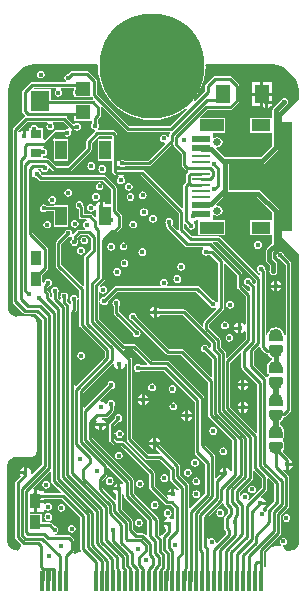
<source format=gbr>
%TF.GenerationSoftware,Altium Limited,Altium Designer,19.0.4 (130)*%
G04 Layer_Physical_Order=1*
G04 Layer_Color=255*
%FSLAX26Y26*%
%MOIN*%
%TF.FileFunction,Copper,L1,Top,Signal*%
%TF.Part,Single*%
G01*
G75*
%TA.AperFunction,Conductor*%
%ADD10C,0.008000*%
%TA.AperFunction,SMDPad,CuDef*%
%ADD11C,0.023622*%
%ADD12R,0.037992X0.031496*%
%ADD13R,0.047244X0.059055*%
%ADD14R,0.039370X0.062992*%
%ADD15R,0.051181X0.047244*%
%ADD16R,0.062992X0.066929*%
%TA.AperFunction,ConnectorPad*%
%ADD17R,0.013386X0.070866*%
%TA.AperFunction,SMDPad,CuDef*%
%ADD18R,0.035000X0.050000*%
%ADD19R,0.059055X0.009800*%
%ADD20R,0.059055X0.009900*%
%TA.AperFunction,ConnectorPad*%
%ADD21R,0.059055X0.019700*%
%TA.AperFunction,Conductor*%
%ADD22C,0.010000*%
%ADD23C,0.020000*%
%ADD24C,0.015000*%
%TA.AperFunction,ComponentPad*%
%ADD25C,0.350000*%
%ADD26C,0.035000*%
%ADD27R,0.063000X0.039400*%
%ADD28R,0.082700X0.039400*%
%TA.AperFunction,TestPad*%
%ADD29C,0.017716*%
%TA.AperFunction,ViaPad*%
%ADD30C,0.025591*%
G36*
X3410276Y2712590D02*
X3407888Y2709017D01*
X3406890Y2704000D01*
X3407888Y2698983D01*
X3410276Y2695410D01*
Y2687748D01*
X3469456D01*
Y2687748D01*
X3473324Y2687054D01*
X3475284Y2684113D01*
X3472771Y2679428D01*
X3333630D01*
Y2713465D01*
X3280599D01*
X3277927Y2718465D01*
X3278167Y2718824D01*
X3350329D01*
X3350901Y2718006D01*
X3349730Y2711270D01*
X3346888Y2707017D01*
X3345890Y2702000D01*
X3346888Y2696983D01*
X3349730Y2692730D01*
X3353983Y2689888D01*
X3359000Y2688890D01*
X3364017Y2689888D01*
X3368270Y2692730D01*
X3371112Y2696983D01*
X3372110Y2702000D01*
X3371112Y2707017D01*
X3368270Y2711270D01*
X3367099Y2718006D01*
X3367671Y2718824D01*
X3410276D01*
Y2712590D01*
D02*
G37*
G36*
X3490902Y2794366D02*
X3490616Y2790000D01*
X3492151Y2766586D01*
X3496728Y2743572D01*
X3504271Y2721353D01*
X3514649Y2700308D01*
X3527685Y2680798D01*
X3543156Y2663156D01*
X3560798Y2647685D01*
X3580308Y2634649D01*
X3601353Y2624271D01*
X3623572Y2616728D01*
X3646586Y2612151D01*
X3670000Y2610616D01*
X3693414Y2612151D01*
X3716428Y2616728D01*
X3738647Y2624271D01*
X3759692Y2634649D01*
X3779202Y2647685D01*
X3782735Y2650783D01*
X3786155Y2647132D01*
X3730199Y2591176D01*
X3595801D01*
X3488176Y2698801D01*
Y2740383D01*
X3487478Y2743894D01*
X3485489Y2746871D01*
X3460871Y2771489D01*
X3457894Y2773478D01*
X3454383Y2774176D01*
X3405000D01*
X3401488Y2773478D01*
X3398511Y2771489D01*
X3392111Y2765088D01*
X3392000Y2765110D01*
X3386983Y2764112D01*
X3382730Y2761270D01*
X3379888Y2757017D01*
X3378890Y2752000D01*
X3379888Y2746983D01*
X3382730Y2742730D01*
X3383558Y2742176D01*
X3382041Y2737176D01*
X3270000D01*
X3266488Y2736478D01*
X3263511Y2734489D01*
X3240511Y2711489D01*
X3238522Y2708512D01*
X3237824Y2705000D01*
Y2642000D01*
X3238522Y2638488D01*
X3240511Y2635511D01*
X3248122Y2627901D01*
X3246511Y2622482D01*
X3246488Y2622478D01*
X3243511Y2620489D01*
X3208511Y2585489D01*
X3206522Y2582512D01*
X3205824Y2579000D01*
Y2007000D01*
X3206522Y2003488D01*
X3208511Y2000511D01*
X3240511Y1968511D01*
X3243488Y1966522D01*
X3247000Y1965824D01*
X3284199D01*
X3303824Y1946199D01*
Y1462801D01*
X3272408Y1431385D01*
X3267800Y1433848D01*
X3268228Y1436000D01*
X3266764Y1443358D01*
X3262596Y1449596D01*
X3256358Y1453764D01*
X3254000Y1454233D01*
Y1436000D01*
X3249000D01*
Y1431000D01*
X3230767D01*
X3231236Y1428642D01*
X3233410Y1425388D01*
X3216011Y1407989D01*
X3214022Y1405012D01*
X3213324Y1401500D01*
Y1220500D01*
X3214022Y1216988D01*
X3216011Y1214011D01*
X3235191Y1194832D01*
X3234310Y1190032D01*
X3233837Y1189285D01*
X3231242Y1187552D01*
X3229253Y1184575D01*
X3228555Y1181063D01*
X3228558Y1181048D01*
X3224702Y1176048D01*
X3221650D01*
X3221079Y1176113D01*
X3220520Y1176244D01*
X3219980Y1176437D01*
X3219722Y1176563D01*
Y1176564D01*
X3216554Y1176790D01*
X3210418Y1178431D01*
X3204701Y1181201D01*
X3199610Y1185000D01*
X3195327Y1189691D01*
X3192007Y1195107D01*
X3189768Y1201051D01*
X3188985Y1205608D01*
X3188837Y1208737D01*
X3188755Y1210536D01*
X3188755Y1210544D01*
X3188755D01*
X3188754Y1215515D01*
Y1456731D01*
X3188687Y1456926D01*
X3188586Y1457327D01*
X3188519Y1457734D01*
X3188485Y1458145D01*
Y1461307D01*
X3189638Y1467106D01*
X3191901Y1472569D01*
X3195186Y1477485D01*
X3199367Y1481666D01*
X3204283Y1484950D01*
X3209745Y1487213D01*
X3215544Y1488366D01*
X3264486D01*
X3264712Y1488465D01*
X3265181Y1488618D01*
X3265663Y1488724D01*
X3266152Y1488783D01*
X3266399Y1488787D01*
X3270240Y1489239D01*
X3277308Y1492293D01*
X3282697Y1497791D01*
X3285607Y1504919D01*
X3285982Y1508768D01*
Y1936832D01*
X3286033Y1937337D01*
X3286135Y1937835D01*
X3286287Y1938320D01*
X3286387Y1938553D01*
X3285721Y1942049D01*
X3282602Y1948415D01*
X3277457Y1953291D01*
X3270933Y1956065D01*
X3267407Y1956542D01*
X3267407Y1956542D01*
X3267262Y1956507D01*
X3266970Y1956455D01*
X3266675Y1956420D01*
X3266379Y1956402D01*
X3220653D01*
X3220635Y1956403D01*
X3220579Y1956398D01*
X3220466Y1956390D01*
X3220354Y1956385D01*
X3220241Y1956382D01*
X3217259D01*
X3211521Y1957524D01*
X3206116Y1959763D01*
X3201252Y1963013D01*
X3197115Y1967150D01*
X3193865Y1972014D01*
X3191626Y1977419D01*
X3190485Y1983157D01*
Y1986082D01*
Y2698493D01*
X3190573Y2699309D01*
X3190573D01*
X3190572Y2699309D01*
X3190712Y2709080D01*
X3194765Y2728200D01*
X3202438Y2746176D01*
X3213441Y2762329D01*
X3227360Y2776050D01*
X3243669Y2786821D01*
X3261753Y2794236D01*
X3280929Y2798015D01*
X3290701D01*
X3487484Y2798015D01*
X3490902Y2794366D01*
D02*
G37*
G36*
X3392514Y2586509D02*
X3390050Y2581901D01*
X3389000Y2582110D01*
X3383983Y2581112D01*
X3379730Y2578270D01*
X3379667Y2578176D01*
X3350355D01*
X3346843Y2577478D01*
X3343866Y2575489D01*
X3312570Y2544192D01*
X3307996Y2546689D01*
Y2584716D01*
X3290570D01*
X3290112Y2587017D01*
X3287270Y2591270D01*
X3283017Y2594112D01*
X3278000Y2595110D01*
X3272983Y2594112D01*
X3268730Y2591270D01*
X3265888Y2587017D01*
X3265430Y2584716D01*
X3262004D01*
Y2575810D01*
X3257004Y2573660D01*
X3252358Y2576764D01*
X3250000Y2577233D01*
Y2559000D01*
X3240000D01*
Y2577233D01*
X3237642Y2576764D01*
X3231404Y2572596D01*
X3229612Y2569914D01*
X3224887Y2571379D01*
X3224422Y2575445D01*
X3253801Y2604824D01*
X3322041D01*
X3323558Y2599824D01*
X3322730Y2599270D01*
X3319888Y2595017D01*
X3318890Y2590000D01*
X3319888Y2584983D01*
X3322730Y2580730D01*
X3326983Y2577888D01*
X3332000Y2576890D01*
X3337017Y2577888D01*
X3341270Y2580730D01*
X3344112Y2584983D01*
X3345110Y2590000D01*
X3344112Y2595017D01*
X3341270Y2599270D01*
X3340442Y2599824D01*
X3341959Y2604824D01*
X3374199D01*
X3392514Y2586509D01*
D02*
G37*
G36*
X3410276Y2609008D02*
X3469456D01*
X3471824Y2604988D01*
Y2601413D01*
X3471730Y2601350D01*
X3468888Y2597097D01*
X3467890Y2592080D01*
X3468888Y2587063D01*
X3471730Y2582810D01*
X3475983Y2579968D01*
X3480398Y2579090D01*
X3481856Y2576197D01*
X3482117Y2574094D01*
X3453511Y2545489D01*
X3451522Y2542512D01*
X3450824Y2539000D01*
Y2517801D01*
X3391199Y2458176D01*
X3349801D01*
X3327489Y2480489D01*
X3324512Y2482478D01*
X3321000Y2483176D01*
X3307996D01*
Y2490887D01*
X3308000Y2490890D01*
X3313017Y2491888D01*
X3317270Y2494730D01*
X3320112Y2498983D01*
X3321110Y2504000D01*
X3320112Y2509017D01*
X3317270Y2513270D01*
X3313017Y2516112D01*
X3308068Y2517097D01*
X3308303Y2521880D01*
X3312126Y2523824D01*
X3314355D01*
X3317867Y2524522D01*
X3320844Y2526511D01*
X3339315Y2544983D01*
X3344315Y2542912D01*
Y2475976D01*
X3391685D01*
Y2546968D01*
X3348371D01*
X3346300Y2551968D01*
X3354156Y2559824D01*
X3379667D01*
X3379730Y2559730D01*
X3383983Y2556888D01*
X3389000Y2555890D01*
X3394017Y2556888D01*
X3398270Y2559730D01*
X3401112Y2563983D01*
X3402110Y2569000D01*
X3401112Y2574017D01*
X3400277Y2575267D01*
X3402633Y2579209D01*
X3403246Y2579824D01*
X3411667D01*
X3411730Y2579730D01*
X3415983Y2576888D01*
X3421000Y2575890D01*
X3426017Y2576888D01*
X3430270Y2579730D01*
X3433112Y2583983D01*
X3434110Y2589000D01*
X3433112Y2594017D01*
X3430270Y2598270D01*
X3426017Y2601112D01*
X3421000Y2602110D01*
X3415983Y2601112D01*
X3411730Y2598270D01*
X3411667Y2598176D01*
X3406801D01*
X3386618Y2618359D01*
X3388689Y2623359D01*
X3410276D01*
Y2609008D01*
D02*
G37*
G36*
X3585511Y2575511D02*
X3588488Y2573522D01*
X3592000Y2572824D01*
X3727775D01*
X3729394Y2570260D01*
X3730067Y2567824D01*
X3728522Y2565512D01*
X3727824Y2562000D01*
Y2553608D01*
X3722824Y2553116D01*
X3722445Y2555017D01*
X3719604Y2559270D01*
X3715350Y2562112D01*
X3710333Y2563110D01*
X3705316Y2562112D01*
X3701063Y2559270D01*
X3698221Y2555017D01*
X3697223Y2550000D01*
X3698221Y2544983D01*
X3701063Y2540730D01*
X3705316Y2537888D01*
X3710333Y2536890D01*
X3712216Y2537264D01*
X3714679Y2532656D01*
X3658199Y2476176D01*
X3581333D01*
X3581270Y2476270D01*
X3577017Y2479112D01*
X3572000Y2480110D01*
X3566983Y2479112D01*
X3562730Y2476270D01*
X3555994Y2475099D01*
X3555176Y2475671D01*
Y2562142D01*
X3554478Y2565654D01*
X3552489Y2568631D01*
X3546631Y2574489D01*
X3543654Y2576478D01*
X3540142Y2577176D01*
X3490839D01*
X3489322Y2582176D01*
X3490270Y2582810D01*
X3493112Y2587063D01*
X3494110Y2592080D01*
X3493112Y2597097D01*
X3490270Y2601350D01*
X3490176Y2601413D01*
Y2614017D01*
X3498489Y2622329D01*
X3500478Y2625306D01*
X3501176Y2628818D01*
Y2652775D01*
X3501680Y2653236D01*
X3505840Y2655183D01*
X3585511Y2575511D01*
D02*
G37*
G36*
X3743193Y2528144D02*
X3743522Y2526488D01*
X3745511Y2523511D01*
X3769824Y2499199D01*
Y2460000D01*
X3770522Y2456488D01*
X3772511Y2453511D01*
X3779951Y2446071D01*
X3782928Y2444082D01*
X3786440Y2443384D01*
X3789992D01*
X3791143Y2441663D01*
X3791927Y2438384D01*
X3786914Y2433371D01*
X3784924Y2430394D01*
X3784226Y2426882D01*
Y2404399D01*
X3777511Y2397684D01*
X3775522Y2394707D01*
X3774824Y2391196D01*
Y2319686D01*
X3770204Y2317773D01*
X3645489Y2442489D01*
X3642512Y2444478D01*
X3639000Y2445176D01*
X3555659D01*
X3555176Y2445659D01*
Y2458329D01*
X3555994Y2458901D01*
X3562730Y2457730D01*
X3566983Y2454888D01*
X3572000Y2453890D01*
X3577017Y2454888D01*
X3581270Y2457730D01*
X3581333Y2457824D01*
X3662000D01*
X3665512Y2458522D01*
X3668489Y2460511D01*
X3738148Y2530171D01*
X3743193Y2528144D01*
D02*
G37*
G36*
X3536824Y2558341D02*
Y2546968D01*
X3489983D01*
Y2475976D01*
X3536824D01*
Y2441858D01*
X3537522Y2438346D01*
X3539511Y2435369D01*
X3545369Y2429511D01*
X3548346Y2427522D01*
X3551858Y2426824D01*
X3558769D01*
X3559342Y2426006D01*
X3558171Y2419270D01*
X3555329Y2415017D01*
X3554331Y2410000D01*
X3555329Y2404983D01*
X3558171Y2400730D01*
X3562424Y2397888D01*
X3567441Y2396890D01*
X3572458Y2397888D01*
X3576711Y2400730D01*
X3579553Y2404983D01*
X3580551Y2410000D01*
X3579553Y2415017D01*
X3576711Y2419270D01*
X3575540Y2426006D01*
X3576112Y2426824D01*
X3635199D01*
X3759824Y2302199D01*
Y2246225D01*
X3759320Y2245764D01*
X3755160Y2243817D01*
X3737268Y2261709D01*
X3737270Y2261730D01*
X3740112Y2265983D01*
X3741110Y2271000D01*
X3740112Y2276017D01*
X3737270Y2280270D01*
X3733017Y2283112D01*
X3728000Y2284110D01*
X3722983Y2283112D01*
X3718730Y2280270D01*
X3715888Y2276017D01*
X3714890Y2271000D01*
X3715888Y2265983D01*
X3718730Y2261730D01*
X3718824Y2261667D01*
Y2258000D01*
X3719522Y2254488D01*
X3721511Y2251511D01*
X3781511Y2191511D01*
X3784488Y2189522D01*
X3788000Y2188824D01*
X3841329D01*
X3841901Y2188006D01*
X3840730Y2181270D01*
X3837888Y2177017D01*
X3836890Y2172000D01*
X3837888Y2166983D01*
X3840730Y2162730D01*
X3844983Y2159888D01*
X3850000Y2158890D01*
X3855017Y2159888D01*
X3859270Y2162730D01*
X3859333Y2162824D01*
X3865400D01*
X3891824Y2136400D01*
Y2005671D01*
X3891006Y2005099D01*
X3884270Y2006270D01*
X3880017Y2009112D01*
X3875000Y2010110D01*
X3873592Y2009830D01*
X3828933Y2054489D01*
X3825956Y2056478D01*
X3822445Y2057176D01*
X3723547D01*
X3720993Y2062176D01*
X3722445Y2064350D01*
X3723443Y2069367D01*
X3722445Y2074384D01*
X3719604Y2078637D01*
X3715350Y2081479D01*
X3710333Y2082477D01*
X3705316Y2081479D01*
X3701063Y2078637D01*
X3698221Y2074384D01*
X3697223Y2069367D01*
X3698221Y2064350D01*
X3699674Y2062176D01*
X3697119Y2057176D01*
X3551000D01*
X3547488Y2056478D01*
X3544511Y2054489D01*
X3511111Y2021088D01*
X3511000Y2021110D01*
X3505983Y2020112D01*
X3501730Y2017270D01*
X3498888Y2013017D01*
X3498176Y2009440D01*
X3493176Y2009932D01*
Y2037027D01*
X3498176Y2038543D01*
X3499730Y2036218D01*
X3503983Y2033377D01*
X3509000Y2032379D01*
X3514017Y2033377D01*
X3518270Y2036218D01*
X3521112Y2040472D01*
X3522110Y2045489D01*
X3521112Y2050506D01*
X3518270Y2054759D01*
X3514017Y2057601D01*
X3509000Y2058599D01*
X3503983Y2057601D01*
X3501287Y2055799D01*
X3496576Y2056977D01*
X3495679Y2057608D01*
X3495460Y2058483D01*
X3512489Y2075511D01*
X3514478Y2078488D01*
X3515176Y2082000D01*
Y2209199D01*
X3539801Y2233824D01*
X3547000D01*
X3550512Y2234522D01*
X3553489Y2236511D01*
X3567489Y2250511D01*
X3569478Y2253488D01*
X3570176Y2257000D01*
Y2290733D01*
X3569478Y2294245D01*
X3567489Y2297222D01*
X3552529Y2312181D01*
Y2385647D01*
X3551831Y2389159D01*
X3549842Y2392135D01*
X3517489Y2424489D01*
X3514512Y2426478D01*
X3511000Y2427176D01*
X3305801D01*
X3302088Y2430889D01*
X3302110Y2431000D01*
X3301112Y2436017D01*
X3298270Y2440270D01*
X3294017Y2443112D01*
X3290440Y2443824D01*
X3290932Y2448824D01*
X3300323D01*
X3300888Y2445983D01*
X3303730Y2441730D01*
X3307983Y2438888D01*
X3313000Y2437890D01*
X3318017Y2438888D01*
X3322270Y2441730D01*
X3325112Y2445983D01*
X3325752Y2449200D01*
X3330537Y2451158D01*
X3330854Y2451169D01*
X3339511Y2442511D01*
X3342488Y2440522D01*
X3346000Y2439824D01*
X3395000D01*
X3398512Y2440522D01*
X3401489Y2442511D01*
X3466489Y2507511D01*
X3468478Y2510488D01*
X3469176Y2514000D01*
Y2535199D01*
X3492801Y2558824D01*
X3536341D01*
X3536824Y2558341D01*
D02*
G37*
G36*
X3279730Y2421730D02*
X3283983Y2418888D01*
X3289000Y2417890D01*
X3289111Y2417912D01*
X3295511Y2411511D01*
X3298488Y2409522D01*
X3302000Y2408824D01*
X3507199D01*
X3534177Y2381846D01*
Y2332496D01*
X3517667D01*
X3515596Y2335596D01*
X3509358Y2339764D01*
X3507000Y2340233D01*
Y2322000D01*
X3497000D01*
Y2340233D01*
X3494642Y2339764D01*
X3488404Y2335596D01*
X3486333Y2332496D01*
X3483983D01*
Y2328087D01*
X3483192Y2324109D01*
X3478291Y2324020D01*
X3478084Y2324059D01*
X3475270Y2328270D01*
X3471017Y2331112D01*
X3466000Y2332110D01*
X3460983Y2331112D01*
X3456730Y2328270D01*
X3453888Y2324017D01*
X3452890Y2319000D01*
X3453888Y2313983D01*
X3456730Y2309730D01*
X3460983Y2306888D01*
X3466000Y2305890D01*
X3471017Y2306888D01*
X3475270Y2309730D01*
X3476924Y2312204D01*
X3481995Y2313210D01*
X3483016Y2313007D01*
X3483983Y2311971D01*
Y2289527D01*
X3479364Y2287614D01*
X3470489Y2296489D01*
X3467512Y2298478D01*
X3464000Y2299176D01*
X3444176D01*
Y2322000D01*
X3443478Y2325512D01*
X3442042Y2327660D01*
X3442110Y2328000D01*
X3441112Y2333017D01*
X3438270Y2337270D01*
X3434017Y2340112D01*
X3429000Y2341110D01*
X3423983Y2340112D01*
X3419730Y2337270D01*
X3416888Y2333017D01*
X3415890Y2328000D01*
X3416888Y2322983D01*
X3419730Y2318730D01*
X3423983Y2315888D01*
X3425824Y2315522D01*
Y2290000D01*
X3426522Y2286488D01*
X3428511Y2283511D01*
X3431488Y2281522D01*
X3435000Y2280824D01*
X3452068D01*
X3452560Y2275824D01*
X3448983Y2275112D01*
X3444730Y2272270D01*
X3441888Y2268017D01*
X3440890Y2263000D01*
X3441888Y2257983D01*
X3444730Y2253730D01*
X3445901Y2246994D01*
X3445329Y2246176D01*
X3428858D01*
X3425346Y2245478D01*
X3422369Y2243489D01*
X3409277Y2230396D01*
X3404669Y2232859D01*
X3404896Y2234000D01*
X3403898Y2239017D01*
X3401056Y2243270D01*
X3396803Y2246112D01*
X3391786Y2247110D01*
X3386769Y2246112D01*
X3382515Y2243270D01*
X3379673Y2239017D01*
X3378675Y2234000D01*
X3378698Y2233889D01*
X3352511Y2207703D01*
X3350522Y2204726D01*
X3349824Y2201214D01*
Y2125410D01*
X3350522Y2121898D01*
X3352511Y2118921D01*
X3427824Y2043609D01*
Y2018390D01*
X3422824Y2017898D01*
X3422203Y2021017D01*
X3419361Y2025270D01*
X3415108Y2028112D01*
X3410091Y2029110D01*
X3405074Y2028112D01*
X3400821Y2025270D01*
X3397979Y2021017D01*
X3396981Y2016000D01*
X3397979Y2010983D01*
X3400821Y2006730D01*
X3400915Y2006667D01*
Y1998985D01*
X3399802Y1998565D01*
X3395915Y1998153D01*
X3394489Y2000287D01*
X3388276Y2006500D01*
Y2016235D01*
X3390112Y2018983D01*
X3391110Y2024000D01*
X3390112Y2029017D01*
X3387270Y2033270D01*
X3383017Y2036112D01*
X3378000Y2037110D01*
X3372983Y2036112D01*
X3368730Y2033270D01*
X3365888Y2029017D01*
X3364890Y2024000D01*
X3365888Y2018983D01*
X3367801Y2016120D01*
X3367562Y2014486D01*
X3362283Y2012737D01*
X3362224Y2012754D01*
X3356176Y2018801D01*
Y2032667D01*
X3356270Y2032730D01*
X3359112Y2036983D01*
X3360110Y2042000D01*
X3359112Y2047017D01*
X3356270Y2051270D01*
X3352017Y2054112D01*
X3347000Y2055110D01*
X3341983Y2054112D01*
X3337730Y2051270D01*
X3334888Y2047017D01*
X3333890Y2042000D01*
X3334888Y2036983D01*
X3337730Y2032730D01*
X3337824Y2032667D01*
Y2021864D01*
X3332824Y2019793D01*
X3329176Y2023440D01*
Y2033000D01*
X3328478Y2036512D01*
X3326489Y2039489D01*
X3322176Y2043801D01*
Y2052169D01*
X3325000Y2055890D01*
X3330017Y2056888D01*
X3334270Y2059730D01*
X3337112Y2063983D01*
X3338110Y2069000D01*
X3337112Y2074017D01*
X3334270Y2078270D01*
X3330017Y2081112D01*
X3325000Y2082110D01*
X3319983Y2081112D01*
X3315730Y2078270D01*
X3312888Y2074017D01*
X3312323Y2071178D01*
X3309995Y2069714D01*
X3305011Y2072360D01*
X3304995Y2072383D01*
Y2096023D01*
X3320489Y2111516D01*
X3322478Y2114493D01*
X3323176Y2118005D01*
Y2181000D01*
X3322478Y2184512D01*
X3320489Y2187489D01*
X3272176Y2235801D01*
Y2422329D01*
X3272994Y2422901D01*
X3279730Y2421730D01*
D02*
G37*
G36*
X3468824Y2217199D02*
Y2180801D01*
X3447511Y2159489D01*
X3445522Y2156512D01*
X3444824Y2153000D01*
Y2059635D01*
X3439824Y2057564D01*
X3368176Y2129211D01*
Y2197414D01*
X3391675Y2220912D01*
X3391786Y2220890D01*
X3396803Y2221888D01*
X3399284Y2223546D01*
X3402554Y2221922D01*
X3403923Y2220707D01*
Y2215068D01*
X3402730Y2214270D01*
X3399888Y2210017D01*
X3398890Y2205000D01*
X3399888Y2199983D01*
X3402730Y2195730D01*
X3406983Y2192888D01*
X3412000Y2191890D01*
X3417017Y2192888D01*
X3421270Y2195730D01*
X3424112Y2199983D01*
X3425110Y2205000D01*
X3424112Y2210017D01*
X3422276Y2212765D01*
Y2217441D01*
X3432659Y2227824D01*
X3443068D01*
X3443560Y2222824D01*
X3439983Y2222112D01*
X3435730Y2219270D01*
X3432888Y2215017D01*
X3431890Y2210000D01*
X3432888Y2204983D01*
X3435730Y2200730D01*
X3439983Y2197888D01*
X3445000Y2196890D01*
X3450017Y2197888D01*
X3454270Y2200730D01*
X3457112Y2204983D01*
X3458110Y2210000D01*
X3457112Y2215017D01*
X3454270Y2219270D01*
X3450017Y2222112D01*
X3446440Y2222824D01*
X3446932Y2227824D01*
X3458199D01*
X3468824Y2217199D01*
D02*
G37*
G36*
X4090610Y2794171D02*
X4108812Y2786632D01*
X4125193Y2775687D01*
X4139124Y2761756D01*
X4150069Y2745375D01*
X4157608Y2727173D01*
X4161452Y2707851D01*
Y2683297D01*
X4161257Y2682323D01*
X4160874Y2681405D01*
X4160319Y2680581D01*
X4159966Y2680231D01*
X4102658Y2622923D01*
Y2605175D01*
X4134432D01*
X4136276Y2604412D01*
X4137686Y2603001D01*
X4138450Y2601157D01*
Y2244862D01*
X4137686Y2243019D01*
X4136276Y2241608D01*
X4134432Y2240845D01*
X4102658D01*
Y2222077D01*
X4136339Y2188396D01*
X4136339Y2188396D01*
X4139875Y2184860D01*
X4156441Y2168294D01*
X4159966Y2164769D01*
X4159976Y2164758D01*
X4160839Y2162193D01*
X4161452Y2160360D01*
Y1208781D01*
X4161452Y1208754D01*
X4161451Y1208701D01*
X4161381Y1205406D01*
X4159965Y1198998D01*
X4157328Y1192988D01*
X4153569Y1187607D01*
X4148835Y1183062D01*
X4143305Y1179526D01*
X4137192Y1177136D01*
X4132333Y1176270D01*
X4129099Y1176123D01*
X4127401Y1176049D01*
X4127393Y1176049D01*
X4127393Y1176049D01*
X4122422Y1176048D01*
X4116902D01*
X4113046Y1181048D01*
X4113049Y1181063D01*
X4112351Y1184575D01*
X4110362Y1187552D01*
X4108171Y1189015D01*
X4108901Y1193309D01*
X4109147Y1193919D01*
X4114017Y1194888D01*
X4118270Y1197730D01*
X4121112Y1201983D01*
X4122110Y1207000D01*
X4121112Y1212017D01*
X4118270Y1216270D01*
X4114017Y1219112D01*
X4109000Y1220110D01*
X4103983Y1219112D01*
X4099730Y1216270D01*
X4096888Y1212017D01*
X4095890Y1207000D01*
X4096888Y1201983D01*
X4099730Y1197730D01*
X4100592Y1191140D01*
X4099899Y1190239D01*
X4080275D01*
Y1190311D01*
X4072787Y1189325D01*
X4065809Y1186434D01*
X4059817Y1181836D01*
X4055219Y1175844D01*
X4052328Y1168866D01*
X4051343Y1161378D01*
X4051414D01*
Y1125144D01*
X4050704Y1120438D01*
X4043187D01*
Y1139000D01*
Y1173132D01*
X4097489Y1227433D01*
X4099478Y1230410D01*
X4100176Y1233922D01*
Y1293199D01*
X4124489Y1317511D01*
X4126478Y1320488D01*
X4127176Y1324000D01*
Y1420858D01*
X4126478Y1424370D01*
X4124489Y1427347D01*
X4109086Y1442749D01*
X4112274Y1446633D01*
X4113694Y1445683D01*
X4116053Y1445214D01*
Y1463447D01*
X4121053D01*
Y1468447D01*
X4139286D01*
X4138817Y1470805D01*
X4134649Y1477043D01*
X4129997Y1480152D01*
X4129530Y1482496D01*
X4127541Y1485473D01*
X4106741Y1506273D01*
X4107316Y1507021D01*
X4110137Y1513833D01*
X4111100Y1521142D01*
X4111015D01*
Y1536142D01*
X4110394Y1539264D01*
X4108626Y1541910D01*
X4106175Y1543547D01*
X4105980Y1544847D01*
Y1547438D01*
X4106175Y1548737D01*
X4108626Y1550374D01*
X4110394Y1553021D01*
X4111015Y1556142D01*
Y1571142D01*
X4111100D01*
X4110137Y1578452D01*
X4107316Y1585263D01*
X4102828Y1591112D01*
X4097203Y1595428D01*
Y1603605D01*
X4102970Y1608030D01*
X4107458Y1613879D01*
X4110279Y1620690D01*
X4110397Y1621587D01*
X4113118Y1622129D01*
X4116095Y1624118D01*
X4131489Y1639511D01*
X4133478Y1642488D01*
X4134176Y1646000D01*
Y2133465D01*
X4133478Y2136976D01*
X4131489Y2139953D01*
X4111553Y2159889D01*
X4111575Y2160000D01*
X4110577Y2165017D01*
X4107735Y2169270D01*
X4103482Y2172112D01*
X4098465Y2173110D01*
X4093448Y2172112D01*
X4089194Y2169270D01*
X4086352Y2165017D01*
X4085354Y2160000D01*
X4086352Y2154983D01*
X4089194Y2150730D01*
X4093448Y2147888D01*
X4098465Y2146890D01*
X4098575Y2146912D01*
X4115824Y2129664D01*
Y1894566D01*
X4110824Y1894238D01*
X4110137Y1899452D01*
X4107316Y1906263D01*
X4102828Y1912112D01*
X4096979Y1916600D01*
X4090168Y1919421D01*
X4082858Y1920384D01*
X4075548Y1919421D01*
X4068737Y1916600D01*
X4062888Y1912112D01*
X4058400Y1906263D01*
X4055579Y1899452D01*
X4055176Y1896395D01*
X4050176Y1896723D01*
Y2108016D01*
X4049478Y2111528D01*
X4047489Y2114505D01*
X4047104Y2114889D01*
X4047126Y2115000D01*
X4046128Y2120017D01*
X4043286Y2124270D01*
X4039033Y2127112D01*
X4034016Y2128110D01*
X4028999Y2127112D01*
X4024746Y2124270D01*
X4021904Y2120017D01*
X4020906Y2115000D01*
X4021904Y2109983D01*
X4024746Y2105730D01*
X4028999Y2102888D01*
X4031824Y2102326D01*
Y2095225D01*
X4026824Y2093153D01*
X3898489Y2221489D01*
X3895512Y2223478D01*
X3892000Y2224176D01*
X3803801D01*
X3778176Y2249801D01*
Y2263314D01*
X3782796Y2265227D01*
X3788912Y2259111D01*
X3788890Y2259000D01*
X3789888Y2253983D01*
X3792730Y2249730D01*
X3796983Y2246888D01*
X3802000Y2245890D01*
X3807017Y2246888D01*
X3811270Y2249730D01*
X3814112Y2253983D01*
X3815110Y2259000D01*
X3814112Y2264017D01*
X3811270Y2268270D01*
X3810978Y2268465D01*
X3812034Y2273774D01*
X3814358Y2274236D01*
X3818734Y2277160D01*
X3819148D01*
X3823935Y2276644D01*
X3823935Y2272160D01*
Y2229244D01*
X3914635D01*
Y2276644D01*
X3878575D01*
X3873789Y2277160D01*
X3873789Y2281644D01*
Y2293418D01*
X3878789Y2295834D01*
X3882432Y2293399D01*
X3888985Y2292096D01*
X3895538Y2293399D01*
X3901094Y2297111D01*
X3904806Y2302667D01*
X3906109Y2309220D01*
X3904806Y2315773D01*
X3901094Y2321329D01*
X3895538Y2325041D01*
X3888985Y2326344D01*
X3887128Y2325975D01*
X3884665Y2330583D01*
X3908357Y2354275D01*
X4020490D01*
X4071275Y2303490D01*
Y2280851D01*
X4069372Y2276639D01*
X4066275Y2276639D01*
X3998372D01*
Y2229239D01*
X4066275D01*
X4069372Y2229239D01*
X4071275Y2225027D01*
Y2200620D01*
X4053709Y2183054D01*
X4051167Y2179250D01*
X4050275Y2174763D01*
Y2145045D01*
X4051167Y2140558D01*
X4053709Y2136754D01*
X4063621Y2126842D01*
Y2112596D01*
X4063234Y2112017D01*
X4062236Y2107000D01*
X4063234Y2101983D01*
X4066076Y2097730D01*
X4070329Y2094888D01*
X4075346Y2093890D01*
X4080363Y2094888D01*
X4084617Y2097730D01*
X4087459Y2101983D01*
X4088456Y2107000D01*
X4087459Y2112017D01*
X4087072Y2112596D01*
Y2131698D01*
X4086179Y2136186D01*
X4083637Y2139990D01*
X4073725Y2149901D01*
Y2169906D01*
X4091291Y2187472D01*
X4093833Y2191276D01*
X4094725Y2195763D01*
Y2308346D01*
X4093833Y2312833D01*
X4091291Y2316637D01*
X4033637Y2374291D01*
X4029833Y2376833D01*
X4025346Y2377725D01*
X3926225D01*
Y2464275D01*
X4039000D01*
X4043487Y2465167D01*
X4047291Y2467709D01*
X4092291Y2512709D01*
X4094833Y2516513D01*
X4095725Y2521000D01*
Y2639143D01*
X4116334Y2659752D01*
X4117017Y2659888D01*
X4121270Y2662730D01*
X4124112Y2666983D01*
X4125110Y2672000D01*
X4124112Y2677017D01*
X4121270Y2681270D01*
X4117017Y2684112D01*
X4112000Y2685110D01*
X4106983Y2684112D01*
X4102730Y2681270D01*
X4099888Y2677017D01*
X4099752Y2676334D01*
X4075709Y2652291D01*
X4073167Y2648487D01*
X4072275Y2644000D01*
Y2620569D01*
X4069372Y2616771D01*
X4067275Y2616771D01*
X3998372D01*
Y2569371D01*
X4067275D01*
X4069372Y2569371D01*
X4072275Y2565573D01*
Y2525857D01*
X4034143Y2487725D01*
X3912857D01*
X3885289Y2515293D01*
X3887752Y2519901D01*
X3888985Y2519656D01*
X3895538Y2520959D01*
X3901094Y2524671D01*
X3904806Y2530227D01*
X3906109Y2536780D01*
X3904806Y2543333D01*
X3901094Y2548889D01*
X3895538Y2552601D01*
X3888985Y2553904D01*
X3882432Y2552601D01*
X3878789Y2550166D01*
X3873789Y2552582D01*
Y2568860D01*
X3878578Y2569368D01*
X3914635D01*
Y2616768D01*
X3832492D01*
X3830578Y2621388D01*
X3853679Y2644489D01*
X3930957D01*
X3934468Y2645188D01*
X3937445Y2647177D01*
X3959347Y2669078D01*
X3961336Y2672055D01*
X3962034Y2675566D01*
Y2726142D01*
X3961336Y2729654D01*
X3959347Y2732631D01*
X3936489Y2755489D01*
X3933512Y2757478D01*
X3930000Y2758176D01*
X3880000D01*
X3876488Y2757478D01*
X3873511Y2755489D01*
X3850511Y2732489D01*
X3848522Y2729512D01*
X3847824Y2726000D01*
Y2708801D01*
X3812868Y2673845D01*
X3809217Y2677265D01*
X3812315Y2680798D01*
X3825351Y2700308D01*
X3835729Y2721353D01*
X3843272Y2743572D01*
X3847849Y2766586D01*
X3849384Y2790000D01*
X3849098Y2794366D01*
X3852516Y2798015D01*
X4061437Y2798015D01*
X4071287D01*
X4090610Y2794171D01*
D02*
G37*
G36*
X4015824Y2078199D02*
Y2067225D01*
X4010824Y2065153D01*
X4004088Y2071889D01*
X4004110Y2072000D01*
X4003112Y2077017D01*
X4000270Y2081270D01*
X3996017Y2084112D01*
X3991000Y2085110D01*
X3985983Y2084112D01*
X3981730Y2081270D01*
X3978888Y2077017D01*
X3977890Y2072000D01*
X3978888Y2066983D01*
X3981730Y2062730D01*
X3985983Y2059888D01*
X3991000Y2058890D01*
X3991111Y2058912D01*
X3996824Y2053199D01*
Y2041686D01*
X3992204Y2039773D01*
X3972176Y2059801D01*
Y2098000D01*
X3971478Y2101512D01*
X3969489Y2104489D01*
X3873153Y2200824D01*
X3875225Y2205824D01*
X3888199D01*
X4015824Y2078199D01*
D02*
G37*
G36*
X3862243Y1995224D02*
X3862888Y1991983D01*
X3865730Y1987730D01*
X3869983Y1984888D01*
X3875000Y1983890D01*
X3880017Y1984888D01*
X3882496Y1986544D01*
X3885683Y1982660D01*
X3845011Y1941989D01*
X3843022Y1939012D01*
X3842324Y1935500D01*
Y1924186D01*
X3837704Y1922273D01*
X3782489Y1977489D01*
X3779512Y1979478D01*
X3776000Y1980176D01*
X3698549D01*
X3695596Y1984596D01*
X3689358Y1988764D01*
X3687000Y1989233D01*
Y1971000D01*
Y1952767D01*
X3689358Y1953236D01*
X3695596Y1957404D01*
X3698549Y1961824D01*
X3772199D01*
X3866824Y1867199D01*
Y1853899D01*
X3861824Y1851114D01*
X3859617Y1852480D01*
X3859112Y1855017D01*
X3856270Y1859270D01*
X3852017Y1862112D01*
X3847000Y1863110D01*
X3841983Y1862112D01*
X3837730Y1859270D01*
X3834888Y1855017D01*
X3833890Y1850000D01*
X3834888Y1844983D01*
X3837730Y1840730D01*
X3841983Y1837888D01*
X3847000Y1836890D01*
X3847111Y1836912D01*
X3870824Y1813199D01*
Y1757686D01*
X3866204Y1755773D01*
X3777039Y1844939D01*
X3774061Y1846928D01*
X3770550Y1847626D01*
X3728351D01*
X3620088Y1955889D01*
X3620110Y1956000D01*
X3619112Y1961017D01*
X3616270Y1965270D01*
X3612017Y1968112D01*
X3607000Y1969110D01*
X3601983Y1968112D01*
X3597730Y1965270D01*
X3594888Y1961017D01*
X3593890Y1956000D01*
X3594888Y1950983D01*
X3597730Y1946730D01*
X3601983Y1943888D01*
X3607000Y1942890D01*
X3607111Y1942912D01*
X3718061Y1831961D01*
X3721038Y1829972D01*
X3724550Y1829274D01*
X3766749D01*
X3856824Y1739199D01*
Y1627000D01*
X3857522Y1623488D01*
X3859511Y1620511D01*
X3936824Y1543199D01*
Y1441551D01*
X3931824Y1441059D01*
X3931764Y1441358D01*
X3927596Y1447596D01*
X3921358Y1451764D01*
X3919000Y1452233D01*
Y1434000D01*
X3914000D01*
Y1429000D01*
X3895767D01*
X3895809Y1428786D01*
X3885796Y1418773D01*
X3881176Y1420686D01*
Y1491000D01*
X3880478Y1494512D01*
X3878489Y1497489D01*
X3845767Y1530210D01*
Y1683409D01*
X3845069Y1686921D01*
X3843080Y1689898D01*
X3726489Y1806489D01*
X3723512Y1808478D01*
X3720000Y1809176D01*
X3669801D01*
X3616489Y1862489D01*
X3613512Y1864478D01*
X3610000Y1865176D01*
X3577212D01*
X3493176Y1949212D01*
Y2006068D01*
X3498176Y2006560D01*
X3498888Y2002983D01*
X3501730Y1998730D01*
X3505983Y1995888D01*
X3511000Y1994890D01*
X3516017Y1995888D01*
X3520270Y1998730D01*
X3523112Y2002983D01*
X3524110Y2008000D01*
X3524088Y2008111D01*
X3554801Y2038824D01*
X3818644D01*
X3862243Y1995224D01*
D02*
G37*
G36*
X3953824Y2094199D02*
Y2056000D01*
X3954522Y2052488D01*
X3956511Y2049511D01*
X3982824Y2023199D01*
Y1930527D01*
X3977824Y1929010D01*
X3976096Y1931596D01*
X3969858Y1935764D01*
X3967500Y1936233D01*
Y1918000D01*
Y1899767D01*
X3969858Y1900236D01*
X3976096Y1904404D01*
X3977824Y1906990D01*
X3982824Y1905473D01*
Y1880584D01*
X3921796Y1819556D01*
X3917176Y1821469D01*
Y1834368D01*
X3916478Y1837880D01*
X3914489Y1840857D01*
X3899176Y1856169D01*
Y1876799D01*
X3898478Y1880311D01*
X3896489Y1883287D01*
X3860676Y1919100D01*
Y1931699D01*
X3907489Y1978511D01*
X3909478Y1981488D01*
X3910176Y1985000D01*
Y2131314D01*
X3914796Y2133227D01*
X3953824Y2094199D01*
D02*
G37*
G36*
X4096355Y1909859D02*
X4100574Y1905639D01*
X4102858Y1900126D01*
Y1897142D01*
Y1877142D01*
X4062858D01*
Y1892142D01*
Y1896120D01*
X4065903Y1903471D01*
X4071529Y1909097D01*
X4078880Y1912142D01*
X4090842D01*
X4096355Y1909859D01*
D02*
G37*
G36*
X4102858Y1842142D02*
Y1838164D01*
X4099813Y1830813D01*
X4094187Y1825187D01*
X4086836Y1822142D01*
X4074874D01*
X4069361Y1824426D01*
X4065142Y1828645D01*
X4062858Y1834159D01*
Y1837142D01*
Y1857142D01*
X4102858D01*
Y1842142D01*
D02*
G37*
G36*
X3654227Y1798796D02*
X3652314Y1794176D01*
X3633333D01*
X3633270Y1794270D01*
X3629017Y1797112D01*
X3624000Y1798110D01*
X3618983Y1797112D01*
X3614730Y1794270D01*
X3611888Y1790017D01*
X3610890Y1785000D01*
X3611888Y1779983D01*
X3614730Y1775730D01*
X3618983Y1772888D01*
X3624000Y1771890D01*
X3629017Y1772888D01*
X3633270Y1775730D01*
X3633333Y1775824D01*
X3709986D01*
X3812824Y1672986D01*
Y1504500D01*
X3813522Y1500988D01*
X3815511Y1498012D01*
X3847824Y1465699D01*
Y1366440D01*
X3798592Y1317208D01*
X3793972Y1319122D01*
Y1394449D01*
X3793274Y1397961D01*
X3791285Y1400938D01*
X3764176Y1428046D01*
Y1458445D01*
X3763478Y1461957D01*
X3761489Y1464934D01*
X3698142Y1528281D01*
X3698184Y1528494D01*
X3684951D01*
Y1515261D01*
X3685164Y1515304D01*
X3698292Y1502176D01*
X3696221Y1497176D01*
X3658801D01*
X3604176Y1551801D01*
Y1813198D01*
X3603478Y1816710D01*
X3601489Y1819687D01*
X3578971Y1842204D01*
X3580885Y1846824D01*
X3606199D01*
X3654227Y1798796D01*
D02*
G37*
G36*
X3567000Y1780767D02*
X3569358Y1781236D01*
X3575596Y1785404D01*
X3579764Y1791642D01*
X3580824Y1796969D01*
X3585824Y1796476D01*
Y1548000D01*
X3586522Y1544488D01*
X3588511Y1541511D01*
X3648511Y1481511D01*
X3651488Y1479522D01*
X3655000Y1478824D01*
X3695199D01*
X3730824Y1443199D01*
Y1415000D01*
X3731522Y1411488D01*
X3733511Y1408511D01*
X3760262Y1381761D01*
X3759826Y1378100D01*
X3754925Y1376607D01*
X3753596Y1378596D01*
X3747358Y1382764D01*
X3745000Y1383233D01*
Y1365000D01*
X3740000D01*
Y1360000D01*
X3721767D01*
X3722236Y1357642D01*
X3725920Y1352128D01*
X3722036Y1348941D01*
X3679176Y1391801D01*
Y1435000D01*
X3678478Y1438512D01*
X3676489Y1441489D01*
X3578489Y1539489D01*
X3575512Y1541478D01*
X3572000Y1542176D01*
X3552801D01*
X3545176Y1549801D01*
Y1563068D01*
X3550176Y1563560D01*
X3550888Y1559983D01*
X3553730Y1555730D01*
X3557983Y1552888D01*
X3563000Y1551890D01*
X3568017Y1552888D01*
X3572270Y1555730D01*
X3575112Y1559983D01*
X3576110Y1565000D01*
X3575112Y1570017D01*
X3572270Y1574270D01*
X3568017Y1577112D01*
X3563000Y1578110D01*
X3557983Y1577112D01*
X3553730Y1574270D01*
X3550888Y1570017D01*
X3550176Y1566440D01*
X3545176Y1566932D01*
Y1591199D01*
X3558889Y1604912D01*
X3559000Y1604890D01*
X3564017Y1605888D01*
X3568270Y1608730D01*
X3571112Y1612983D01*
X3572110Y1618000D01*
X3571112Y1623017D01*
X3568270Y1627270D01*
X3564017Y1630112D01*
X3559000Y1631110D01*
X3553983Y1630112D01*
X3549730Y1627270D01*
X3546888Y1623017D01*
X3545890Y1618000D01*
X3545912Y1617889D01*
X3529511Y1601489D01*
X3527522Y1598512D01*
X3526824Y1595000D01*
Y1546000D01*
X3527522Y1542488D01*
X3529511Y1539511D01*
X3542511Y1526511D01*
X3545488Y1524522D01*
X3549000Y1523824D01*
X3568199D01*
X3660824Y1431199D01*
Y1388000D01*
X3661522Y1384488D01*
X3663511Y1381511D01*
X3715085Y1329938D01*
X3718062Y1327949D01*
X3721574Y1327250D01*
X3732773D01*
X3744824Y1315199D01*
Y1282080D01*
X3739824Y1279780D01*
X3735358Y1282764D01*
X3729046Y1284020D01*
X3728131Y1288350D01*
X3728130Y1288964D01*
X3732270Y1291730D01*
X3735112Y1295983D01*
X3736110Y1301000D01*
X3735112Y1306017D01*
X3732270Y1310270D01*
X3728017Y1313112D01*
X3723000Y1314110D01*
X3717983Y1313112D01*
X3713730Y1310270D01*
X3710888Y1306017D01*
X3709890Y1301000D01*
X3710888Y1295983D01*
X3713730Y1291730D01*
X3717983Y1288888D01*
X3721891Y1288111D01*
Y1283013D01*
X3720642Y1282764D01*
X3714404Y1278596D01*
X3710236Y1272358D01*
X3709767Y1270000D01*
X3728000D01*
Y1260000D01*
X3709767D01*
X3710236Y1257642D01*
X3714404Y1251404D01*
X3718824Y1248451D01*
Y1242014D01*
X3704895Y1228086D01*
X3703891Y1226583D01*
X3699125Y1225415D01*
X3697889Y1225515D01*
X3694176Y1229227D01*
Y1279213D01*
X3693478Y1282725D01*
X3691489Y1285702D01*
X3609176Y1368014D01*
Y1412000D01*
X3608478Y1415512D01*
X3606489Y1418489D01*
X3472176Y1552801D01*
Y1601199D01*
X3482036Y1611059D01*
X3485920Y1607872D01*
X3482236Y1602358D01*
X3481767Y1600000D01*
X3518233D01*
X3517764Y1602358D01*
X3513596Y1608596D01*
X3507358Y1612764D01*
X3502031Y1613824D01*
X3502524Y1618824D01*
X3517000D01*
X3520512Y1619522D01*
X3523489Y1621511D01*
X3540389Y1638412D01*
X3542378Y1641389D01*
X3543077Y1644900D01*
Y1655932D01*
X3544270Y1656730D01*
X3547112Y1660983D01*
X3548110Y1666000D01*
X3547112Y1671017D01*
X3544270Y1675270D01*
X3540017Y1678112D01*
X3535000Y1679110D01*
X3529983Y1678112D01*
X3525730Y1675270D01*
X3522888Y1671017D01*
X3521890Y1666000D01*
X3521981Y1665544D01*
X3517271Y1663593D01*
X3514596Y1667596D01*
X3508358Y1671764D01*
X3501000Y1673228D01*
X3500096Y1673048D01*
X3497633Y1677656D01*
X3534889Y1714912D01*
X3535000Y1714890D01*
X3540017Y1715888D01*
X3544270Y1718730D01*
X3547112Y1722983D01*
X3548110Y1728000D01*
X3547112Y1733017D01*
X3544270Y1737270D01*
X3540017Y1740112D01*
X3535000Y1741110D01*
X3529983Y1740112D01*
X3525730Y1737270D01*
X3522888Y1733017D01*
X3521890Y1728000D01*
X3521912Y1727889D01*
X3446796Y1652773D01*
X3442176Y1654686D01*
Y1702768D01*
X3537977Y1798568D01*
X3543221Y1796742D01*
X3544236Y1791642D01*
X3548404Y1785404D01*
X3554642Y1781236D01*
X3557000Y1780767D01*
Y1799000D01*
X3567000D01*
Y1780767D01*
D02*
G37*
G36*
X4096355Y1803859D02*
X4100574Y1799639D01*
X4102858Y1794126D01*
Y1791142D01*
Y1771142D01*
X4062858D01*
Y1786142D01*
Y1790120D01*
X4065903Y1797471D01*
X4071529Y1803097D01*
X4078880Y1806142D01*
X4090842D01*
X4096355Y1803859D01*
D02*
G37*
G36*
X4031824Y1854918D02*
Y1854000D01*
X4032522Y1850489D01*
X4034511Y1847512D01*
X4046369Y1835654D01*
X4049346Y1833664D01*
X4052858Y1832966D01*
X4056352D01*
X4058400Y1828021D01*
X4062888Y1822172D01*
X4068737Y1817684D01*
X4071133Y1816692D01*
Y1811592D01*
X4068737Y1810600D01*
X4062888Y1806112D01*
X4058400Y1800263D01*
X4055579Y1793452D01*
X4054616Y1786142D01*
X4054701D01*
Y1771142D01*
X4055322Y1768021D01*
X4057090Y1765374D01*
X4059541Y1763737D01*
X4059736Y1762438D01*
Y1759847D01*
X4059541Y1758547D01*
X4057090Y1756910D01*
X4056153Y1755507D01*
X4054745Y1754898D01*
X4052013Y1754533D01*
X4050305Y1754672D01*
X4009176Y1795801D01*
Y1839341D01*
X4026824Y1856989D01*
X4031824Y1854918D01*
D02*
G37*
G36*
X3427824Y2013610D02*
Y1928772D01*
X3428522Y1925260D01*
X3430511Y1922283D01*
X3512824Y1839971D01*
Y1820583D01*
X3416796Y1724555D01*
X3412176Y1726469D01*
Y1967099D01*
X3416580Y1971503D01*
X3418569Y1974480D01*
X3419267Y1977991D01*
Y2006667D01*
X3419361Y2006730D01*
X3422203Y2010983D01*
X3422824Y2014102D01*
X3427824Y2013610D01*
D02*
G37*
G36*
X4102858Y1736142D02*
Y1732164D01*
X4099813Y1724813D01*
X4094187Y1719187D01*
X4086836Y1716142D01*
X4074874D01*
X4069361Y1718426D01*
X4065142Y1722645D01*
X4062858Y1728159D01*
Y1731142D01*
Y1751142D01*
X4102858D01*
Y1736142D01*
D02*
G37*
G36*
X4096497Y1695716D02*
X4100716Y1691497D01*
X4103000Y1685984D01*
Y1683000D01*
Y1663000D01*
X4063000D01*
Y1678000D01*
Y1681978D01*
X4066045Y1689329D01*
X4071671Y1694955D01*
X4079022Y1698000D01*
X4090984D01*
X4096497Y1695716D01*
D02*
G37*
G36*
X4103000Y1628000D02*
Y1624022D01*
X4099955Y1616671D01*
X4094329Y1611045D01*
X4086978Y1608000D01*
X4075016D01*
X4069503Y1610284D01*
X4065284Y1614503D01*
X4063000Y1620016D01*
Y1623000D01*
Y1643000D01*
X4103000D01*
Y1628000D01*
D02*
G37*
G36*
X3968824Y1834097D02*
Y1787000D01*
X3969522Y1783488D01*
X3971511Y1780511D01*
X4020824Y1731199D01*
Y1570882D01*
X4016204Y1568969D01*
X3931176Y1653996D01*
Y1802982D01*
X3964204Y1836010D01*
X3968824Y1834097D01*
D02*
G37*
G36*
X4096355Y1588859D02*
X4100574Y1584639D01*
X4102858Y1579126D01*
Y1576142D01*
Y1556142D01*
X4062858D01*
Y1571142D01*
Y1575120D01*
X4065903Y1582471D01*
X4071529Y1588097D01*
X4078880Y1591142D01*
X4090842D01*
X4096355Y1588859D01*
D02*
G37*
G36*
X4102858Y1521142D02*
Y1517164D01*
X4099813Y1509813D01*
X4094187Y1504187D01*
X4086836Y1501142D01*
X4074874D01*
X4069361Y1503426D01*
X4065142Y1507645D01*
X4062858Y1513159D01*
Y1516142D01*
Y1536142D01*
X4102858D01*
Y1521142D01*
D02*
G37*
G36*
X3575375Y1403647D02*
X3574964Y1400396D01*
X3569887Y1398074D01*
X3567358Y1399764D01*
X3565000Y1400233D01*
Y1382000D01*
X3560000D01*
Y1377000D01*
X3541767D01*
X3542236Y1374642D01*
X3546404Y1368404D01*
X3551539Y1364973D01*
Y1345409D01*
X3546539Y1343338D01*
X3505176Y1384700D01*
Y1409288D01*
X3519489Y1423600D01*
X3521478Y1426577D01*
X3522176Y1430089D01*
Y1449775D01*
X3527176Y1451847D01*
X3575375Y1403647D01*
D02*
G37*
G36*
X4036455Y1418355D02*
Y1386521D01*
X4017978Y1368044D01*
X4014094Y1371231D01*
X4016601Y1374983D01*
X4017599Y1380000D01*
X4016601Y1385017D01*
X4013759Y1389270D01*
X4009506Y1392112D01*
X4004489Y1393110D01*
X3999472Y1392112D01*
X3995219Y1389270D01*
X3992377Y1385017D01*
X3991379Y1380000D01*
X3992377Y1374983D01*
X3995219Y1370730D01*
X3999472Y1367888D01*
X4004489Y1366890D01*
X4009506Y1367888D01*
X4013258Y1370395D01*
X4016445Y1366511D01*
X3995518Y1345584D01*
X3991634Y1348771D01*
X3993112Y1350983D01*
X3994110Y1356000D01*
X3993112Y1361017D01*
X3990270Y1365270D01*
X3986017Y1368112D01*
X3981000Y1369110D01*
X3975983Y1368112D01*
X3971730Y1365270D01*
X3968888Y1361017D01*
X3968176Y1357440D01*
X3963176Y1357932D01*
Y1371199D01*
X4004489Y1412511D01*
X4006478Y1415488D01*
X4007176Y1419000D01*
Y1440562D01*
X4012176Y1442633D01*
X4036455Y1418355D01*
D02*
G37*
G36*
X3333824Y1439100D02*
Y1409449D01*
X3334522Y1405937D01*
X3336511Y1402960D01*
X3367676Y1371796D01*
X3365763Y1367176D01*
X3309244D01*
Y1375005D01*
X3296659D01*
X3295596Y1376596D01*
X3289358Y1380764D01*
X3287000Y1381233D01*
Y1363000D01*
X3277000D01*
Y1381233D01*
X3276369Y1381108D01*
X3273906Y1385716D01*
X3329204Y1441014D01*
X3333824Y1439100D01*
D02*
G37*
G36*
X4078824Y1397199D02*
Y1340227D01*
X4054511Y1315915D01*
X4052522Y1312938D01*
X4051824Y1309426D01*
Y1307462D01*
X4046824Y1305945D01*
X4045270Y1308270D01*
X4041017Y1311112D01*
X4040123Y1311290D01*
X4039546Y1315022D01*
X4039709Y1316470D01*
X4045596Y1320404D01*
X4049764Y1326642D01*
X4050233Y1329000D01*
X4032000D01*
Y1339000D01*
X4050233D01*
X4049764Y1341358D01*
X4045596Y1347596D01*
X4039358Y1351764D01*
X4035493Y1352533D01*
X4033847Y1357958D01*
X4052120Y1376231D01*
X4054109Y1379208D01*
X4054807Y1382720D01*
Y1414683D01*
X4059427Y1416596D01*
X4078824Y1397199D01*
D02*
G37*
G36*
X3576824Y1361108D02*
Y1358414D01*
X3577522Y1354903D01*
X3579511Y1351926D01*
X3654824Y1276613D01*
Y1229024D01*
X3649824Y1226953D01*
X3645287Y1231489D01*
X3642311Y1233478D01*
X3638799Y1234176D01*
X3620801D01*
X3606176Y1248801D01*
Y1274799D01*
X3605478Y1278311D01*
X3603489Y1281288D01*
X3569892Y1314884D01*
Y1362605D01*
X3571824Y1363842D01*
X3576824Y1361108D01*
D02*
G37*
G36*
X3910824Y1332775D02*
Y1332000D01*
X3911522Y1328488D01*
X3913511Y1325511D01*
X3924824Y1314199D01*
Y1302801D01*
X3913511Y1291489D01*
X3911522Y1288512D01*
X3910824Y1285000D01*
Y1249899D01*
X3911522Y1246387D01*
X3913511Y1243410D01*
X3916824Y1240098D01*
Y1232227D01*
X3886747Y1202151D01*
X3882140Y1204614D01*
X3882415Y1206000D01*
X3881417Y1211017D01*
X3878575Y1215270D01*
X3874322Y1218112D01*
X3869305Y1219110D01*
X3864288Y1218112D01*
X3860176Y1215365D01*
X3859304Y1215530D01*
X3855176Y1216999D01*
Y1284199D01*
X3905824Y1334846D01*
X3910824Y1332775D01*
D02*
G37*
G36*
X3431824Y1286435D02*
Y1181144D01*
X3432522Y1177632D01*
X3434305Y1174965D01*
X3434004Y1173814D01*
X3431851Y1170244D01*
X3428698Y1170659D01*
X3420182Y1169538D01*
X3412246Y1166251D01*
X3408981Y1170048D01*
X3409489Y1170556D01*
X3411478Y1173533D01*
X3412176Y1177044D01*
Y1208000D01*
X3411478Y1211512D01*
X3409489Y1214489D01*
X3399489Y1224489D01*
X3396512Y1226478D01*
X3393000Y1227176D01*
X3347932D01*
X3347440Y1232176D01*
X3351017Y1232888D01*
X3355270Y1235730D01*
X3358112Y1239983D01*
X3359110Y1245000D01*
X3358112Y1250017D01*
X3355270Y1254270D01*
X3351017Y1257112D01*
X3346000Y1258110D01*
X3345598Y1258030D01*
X3336140Y1267489D01*
X3333163Y1269478D01*
X3329651Y1270176D01*
X3326932D01*
X3326440Y1275176D01*
X3330017Y1275888D01*
X3334270Y1278730D01*
X3337112Y1282983D01*
X3338110Y1288000D01*
X3337112Y1293017D01*
X3334270Y1297270D01*
X3330017Y1300112D01*
X3325000Y1301110D01*
X3319983Y1300112D01*
X3315730Y1297270D01*
X3312888Y1293017D01*
X3311890Y1288000D01*
X3312888Y1282983D01*
X3315730Y1278730D01*
X3319983Y1275888D01*
X3323560Y1275176D01*
X3323068Y1270176D01*
X3303244D01*
Y1299005D01*
X3265795D01*
X3263449Y1304005D01*
X3264280Y1305005D01*
X3276744D01*
Y1340005D01*
X3281744D01*
Y1345005D01*
X3309244D01*
Y1348824D01*
X3369435D01*
X3431824Y1286435D01*
D02*
G37*
%LPC*%
G36*
X3300000Y2776110D02*
X3294983Y2775112D01*
X3290730Y2772270D01*
X3287888Y2768017D01*
X3286890Y2763000D01*
X3287888Y2757983D01*
X3290730Y2753730D01*
X3294983Y2750888D01*
X3300000Y2749890D01*
X3305017Y2750888D01*
X3309270Y2753730D01*
X3312112Y2757983D01*
X3313110Y2763000D01*
X3312112Y2768017D01*
X3309270Y2772270D01*
X3305017Y2775112D01*
X3300000Y2776110D01*
D02*
G37*
G36*
X3244000Y1454233D02*
X3241642Y1453764D01*
X3235404Y1449596D01*
X3231236Y1443358D01*
X3230767Y1441000D01*
X3244000D01*
Y1454233D01*
D02*
G37*
G36*
X3468000Y2471110D02*
X3462983Y2470112D01*
X3458730Y2467270D01*
X3455888Y2463017D01*
X3454890Y2458000D01*
X3455888Y2452983D01*
X3458730Y2448730D01*
X3462983Y2445888D01*
X3468000Y2444890D01*
X3473017Y2445888D01*
X3477270Y2448730D01*
X3480112Y2452983D01*
X3481110Y2458000D01*
X3480112Y2463017D01*
X3477270Y2467270D01*
X3473017Y2470112D01*
X3468000Y2471110D01*
D02*
G37*
G36*
X3505000Y2461110D02*
X3499983Y2460112D01*
X3495730Y2457270D01*
X3492888Y2453017D01*
X3491890Y2448000D01*
X3492888Y2442983D01*
X3495730Y2438730D01*
X3499983Y2435888D01*
X3505000Y2434890D01*
X3510017Y2435888D01*
X3514270Y2438730D01*
X3517112Y2442983D01*
X3518110Y2448000D01*
X3517112Y2453017D01*
X3514270Y2457270D01*
X3510017Y2460112D01*
X3505000Y2461110D01*
D02*
G37*
G36*
X3592874Y2402110D02*
X3587857Y2401112D01*
X3583604Y2398270D01*
X3580762Y2394017D01*
X3579764Y2389000D01*
X3580762Y2383983D01*
X3583604Y2379730D01*
X3587857Y2376888D01*
X3592874Y2375890D01*
X3597891Y2376888D01*
X3602144Y2379730D01*
X3604986Y2383983D01*
X3605984Y2389000D01*
X3604986Y2394017D01*
X3602144Y2398270D01*
X3597891Y2401112D01*
X3592874Y2402110D01*
D02*
G37*
G36*
X3640000Y2373110D02*
X3634983Y2372112D01*
X3630730Y2369270D01*
X3627888Y2365017D01*
X3626890Y2360000D01*
X3627888Y2354983D01*
X3630730Y2350730D01*
X3634983Y2347888D01*
X3640000Y2346890D01*
X3645017Y2347888D01*
X3649270Y2350730D01*
X3652112Y2354983D01*
X3653110Y2360000D01*
X3652112Y2365017D01*
X3649270Y2369270D01*
X3645017Y2372112D01*
X3640000Y2373110D01*
D02*
G37*
G36*
X3599000Y2368213D02*
X3593983Y2367215D01*
X3589730Y2364373D01*
X3586888Y2360119D01*
X3585890Y2355102D01*
X3586888Y2350085D01*
X3589730Y2345832D01*
X3593983Y2342990D01*
X3599000Y2341992D01*
X3604017Y2342990D01*
X3608270Y2345832D01*
X3611112Y2350085D01*
X3612110Y2355102D01*
X3611112Y2360119D01*
X3608270Y2364373D01*
X3604017Y2367215D01*
X3599000Y2368213D01*
D02*
G37*
G36*
X3644000Y2317110D02*
X3638983Y2316112D01*
X3634730Y2313270D01*
X3631888Y2309017D01*
X3630890Y2304000D01*
X3631888Y2298983D01*
X3634730Y2294730D01*
X3638983Y2291888D01*
X3644000Y2290890D01*
X3649017Y2291888D01*
X3653270Y2294730D01*
X3656112Y2298983D01*
X3657110Y2304000D01*
X3656112Y2309017D01*
X3653270Y2313270D01*
X3649017Y2316112D01*
X3644000Y2317110D01*
D02*
G37*
G36*
X3674000Y2295110D02*
X3668983Y2294112D01*
X3664730Y2291270D01*
X3661888Y2287017D01*
X3660890Y2282000D01*
X3661888Y2276983D01*
X3664730Y2272730D01*
X3668983Y2269888D01*
X3674000Y2268890D01*
X3679017Y2269888D01*
X3683270Y2272730D01*
X3686112Y2276983D01*
X3687110Y2282000D01*
X3686112Y2287017D01*
X3683270Y2291270D01*
X3679017Y2294112D01*
X3674000Y2295110D01*
D02*
G37*
G36*
X3608000Y2276110D02*
X3602983Y2275112D01*
X3598730Y2272270D01*
X3595888Y2268017D01*
X3594890Y2263000D01*
X3595888Y2257983D01*
X3598730Y2253730D01*
X3602983Y2250888D01*
X3608000Y2249890D01*
X3613017Y2250888D01*
X3617270Y2253730D01*
X3620112Y2257983D01*
X3621110Y2263000D01*
X3620112Y2268017D01*
X3617270Y2272270D01*
X3613017Y2275112D01*
X3608000Y2276110D01*
D02*
G37*
G36*
X3576000Y2203110D02*
X3570983Y2202112D01*
X3566730Y2199270D01*
X3563888Y2195017D01*
X3562890Y2190000D01*
X3563888Y2184983D01*
X3566730Y2180730D01*
X3570983Y2177888D01*
X3576000Y2176890D01*
X3581017Y2177888D01*
X3585270Y2180730D01*
X3588112Y2184983D01*
X3589110Y2190000D01*
X3588112Y2195017D01*
X3585270Y2199270D01*
X3581017Y2202112D01*
X3576000Y2203110D01*
D02*
G37*
G36*
X3535000Y2202110D02*
X3529983Y2201112D01*
X3525730Y2198270D01*
X3522888Y2194017D01*
X3521890Y2189000D01*
X3522888Y2183983D01*
X3525730Y2179730D01*
X3529983Y2176888D01*
X3535000Y2175890D01*
X3540017Y2176888D01*
X3544270Y2179730D01*
X3547112Y2183983D01*
X3548110Y2189000D01*
X3547112Y2194017D01*
X3544270Y2198270D01*
X3540017Y2201112D01*
X3535000Y2202110D01*
D02*
G37*
G36*
X3638684Y2184110D02*
X3633667Y2183112D01*
X3629414Y2180270D01*
X3626572Y2176017D01*
X3625574Y2171000D01*
X3626572Y2165983D01*
X3629414Y2161730D01*
X3633667Y2158888D01*
X3638684Y2157890D01*
X3643701Y2158888D01*
X3647955Y2161730D01*
X3650797Y2165983D01*
X3651794Y2171000D01*
X3650797Y2176017D01*
X3647955Y2180270D01*
X3643701Y2183112D01*
X3638684Y2184110D01*
D02*
G37*
G36*
X3579000Y2147110D02*
X3573983Y2146112D01*
X3569730Y2143270D01*
X3566888Y2139017D01*
X3565890Y2134000D01*
X3566888Y2128983D01*
X3569730Y2124730D01*
X3573983Y2121888D01*
X3579000Y2120890D01*
X3584017Y2121888D01*
X3588270Y2124730D01*
X3591112Y2128983D01*
X3592110Y2134000D01*
X3591112Y2139017D01*
X3588270Y2143270D01*
X3584017Y2146112D01*
X3579000Y2147110D01*
D02*
G37*
G36*
X3768000Y2135110D02*
X3762983Y2134112D01*
X3758730Y2131270D01*
X3755888Y2127017D01*
X3754890Y2122000D01*
X3755888Y2116983D01*
X3758730Y2112730D01*
X3762983Y2109888D01*
X3768000Y2108890D01*
X3773017Y2109888D01*
X3777270Y2112730D01*
X3780112Y2116983D01*
X3781110Y2122000D01*
X3780112Y2127017D01*
X3777270Y2131270D01*
X3773017Y2134112D01*
X3768000Y2135110D01*
D02*
G37*
G36*
X3554950Y2118110D02*
X3549932Y2117112D01*
X3545679Y2114270D01*
X3542837Y2110017D01*
X3541839Y2105000D01*
X3542837Y2099983D01*
X3545679Y2095730D01*
X3549932Y2092888D01*
X3554950Y2091890D01*
X3559966Y2092888D01*
X3564220Y2095730D01*
X3567062Y2099983D01*
X3568060Y2105000D01*
X3567062Y2110017D01*
X3564220Y2114270D01*
X3559966Y2117112D01*
X3554950Y2118110D01*
D02*
G37*
G36*
X3755000Y2094110D02*
X3749983Y2093112D01*
X3745730Y2090270D01*
X3742888Y2086017D01*
X3741890Y2081000D01*
X3742888Y2075983D01*
X3745730Y2071730D01*
X3749983Y2068888D01*
X3755000Y2067890D01*
X3760017Y2068888D01*
X3764270Y2071730D01*
X3767112Y2075983D01*
X3768110Y2081000D01*
X3767112Y2086017D01*
X3764270Y2090270D01*
X3760017Y2093112D01*
X3755000Y2094110D01*
D02*
G37*
G36*
X3496000Y2403110D02*
X3490983Y2402112D01*
X3486730Y2399270D01*
X3483888Y2395017D01*
X3482890Y2390000D01*
X3483888Y2384983D01*
X3486730Y2380730D01*
X3490983Y2377888D01*
X3496000Y2376890D01*
X3501017Y2377888D01*
X3505270Y2380730D01*
X3508112Y2384983D01*
X3509110Y2390000D01*
X3508112Y2395017D01*
X3505270Y2399270D01*
X3501017Y2402112D01*
X3496000Y2403110D01*
D02*
G37*
G36*
X3391786Y2382110D02*
X3386769Y2381112D01*
X3382515Y2378270D01*
X3379673Y2374017D01*
X3378676Y2369000D01*
X3379673Y2363983D01*
X3382515Y2359730D01*
X3386769Y2356888D01*
X3391786Y2355890D01*
X3396803Y2356888D01*
X3401056Y2359730D01*
X3403898Y2363983D01*
X3404896Y2369000D01*
X3403898Y2374017D01*
X3401056Y2378270D01*
X3396803Y2381112D01*
X3391786Y2382110D01*
D02*
G37*
G36*
X3484000Y2368213D02*
X3478983Y2367215D01*
X3474730Y2364373D01*
X3471888Y2360119D01*
X3470890Y2355102D01*
X3471888Y2350085D01*
X3474730Y2345832D01*
X3478983Y2342990D01*
X3484000Y2341992D01*
X3489017Y2342990D01*
X3493270Y2345832D01*
X3496112Y2350085D01*
X3497110Y2355102D01*
X3496112Y2360119D01*
X3493270Y2364373D01*
X3489017Y2367215D01*
X3484000Y2368213D01*
D02*
G37*
G36*
X3338841Y2358110D02*
X3333824Y2357112D01*
X3329571Y2354270D01*
X3326729Y2350017D01*
X3325731Y2345000D01*
X3326729Y2339983D01*
X3329571Y2335730D01*
X3333824Y2332888D01*
X3338841Y2331890D01*
X3343858Y2332888D01*
X3348111Y2335730D01*
X3350953Y2339983D01*
X3351951Y2345000D01*
X3350953Y2350017D01*
X3348111Y2354270D01*
X3343858Y2357112D01*
X3338841Y2358110D01*
D02*
G37*
G36*
X3310000Y2330110D02*
X3304983Y2329112D01*
X3300730Y2326270D01*
X3297888Y2322017D01*
X3296890Y2317000D01*
X3297888Y2311983D01*
X3300730Y2307730D01*
X3304983Y2304888D01*
X3310000Y2303890D01*
X3315017Y2304888D01*
X3319270Y2307730D01*
X3319333Y2307824D01*
X3344315D01*
Y2255504D01*
X3391685D01*
Y2326496D01*
X3344315D01*
Y2326176D01*
X3319333D01*
X3319270Y2326270D01*
X3315017Y2329112D01*
X3310000Y2330110D01*
D02*
G37*
G36*
X3413000Y2279110D02*
X3407983Y2278112D01*
X3403730Y2275270D01*
X3400888Y2271017D01*
X3399890Y2266000D01*
X3400888Y2260983D01*
X3403730Y2256730D01*
X3407983Y2253888D01*
X3413000Y2252890D01*
X3418017Y2253888D01*
X3422270Y2256730D01*
X3425112Y2260983D01*
X3426110Y2266000D01*
X3425112Y2271017D01*
X3422270Y2275270D01*
X3418017Y2278112D01*
X3413000Y2279110D01*
D02*
G37*
G36*
X3322000Y2276110D02*
X3316983Y2275112D01*
X3312730Y2272270D01*
X3309888Y2268017D01*
X3308890Y2263000D01*
X3309888Y2257983D01*
X3312730Y2253730D01*
X3316983Y2250888D01*
X3322000Y2249890D01*
X3327017Y2250888D01*
X3331270Y2253730D01*
X3334112Y2257983D01*
X3335110Y2263000D01*
X3334112Y2268017D01*
X3331270Y2272270D01*
X3327017Y2275112D01*
X3322000Y2276110D01*
D02*
G37*
G36*
X3434000Y2189110D02*
X3428983Y2188112D01*
X3424730Y2185270D01*
X3421888Y2181017D01*
X3420890Y2176000D01*
X3421888Y2170983D01*
X3424730Y2166730D01*
X3428983Y2163888D01*
X3434000Y2162890D01*
X3439017Y2163888D01*
X3443270Y2166730D01*
X3446112Y2170983D01*
X3447110Y2176000D01*
X3446112Y2181017D01*
X3443270Y2185270D01*
X3439017Y2188112D01*
X3434000Y2189110D01*
D02*
G37*
G36*
X4070622Y2736528D02*
X4042000D01*
Y2702000D01*
X4070622D01*
Y2736528D01*
D02*
G37*
G36*
X4032000D02*
X4003378D01*
Y2702000D01*
X4032000D01*
Y2736528D01*
D02*
G37*
G36*
Y2692000D02*
X4003378D01*
Y2657472D01*
X4032000D01*
Y2692000D01*
D02*
G37*
G36*
X4070622Y2666000D02*
X4057000D01*
Y2652767D01*
X4059358Y2653236D01*
X4065596Y2657404D01*
X4065642Y2657472D01*
X4070622D01*
Y2666000D01*
D02*
G37*
G36*
Y2692000D02*
X4042000D01*
Y2655001D01*
X4044642Y2653236D01*
X4047000Y2652767D01*
Y2671000D01*
X4052000D01*
Y2676000D01*
X4070622D01*
Y2692000D01*
D02*
G37*
G36*
X4024000Y2208110D02*
X4018983Y2207112D01*
X4014730Y2204270D01*
X4011888Y2200017D01*
X4010890Y2195000D01*
X4011888Y2189983D01*
X4014730Y2185730D01*
X4018983Y2182888D01*
X4024000Y2181890D01*
X4029017Y2182888D01*
X4033270Y2185730D01*
X4036112Y2189983D01*
X4037110Y2195000D01*
X4036112Y2200017D01*
X4033270Y2204270D01*
X4029017Y2207112D01*
X4024000Y2208110D01*
D02*
G37*
G36*
X4089000Y2076233D02*
Y2063000D01*
X4102233D01*
X4101764Y2065358D01*
X4097596Y2071596D01*
X4091358Y2075764D01*
X4089000Y2076233D01*
D02*
G37*
G36*
X4079000D02*
X4076642Y2075764D01*
X4070404Y2071596D01*
X4066236Y2065358D01*
X4065767Y2063000D01*
X4079000D01*
Y2076233D01*
D02*
G37*
G36*
X4102233Y2053000D02*
X4089000D01*
Y2039767D01*
X4091358Y2040236D01*
X4097596Y2044404D01*
X4101764Y2050642D01*
X4102233Y2053000D01*
D02*
G37*
G36*
X4079000D02*
X4065767D01*
X4066236Y2050642D01*
X4070404Y2044404D01*
X4076642Y2040236D01*
X4079000Y2039767D01*
Y2053000D01*
D02*
G37*
G36*
X4139286Y1458447D02*
X4126053D01*
Y1445214D01*
X4128411Y1445683D01*
X4134649Y1449851D01*
X4138817Y1456089D01*
X4139286Y1458447D01*
D02*
G37*
G36*
X4119000Y1298110D02*
X4113983Y1297112D01*
X4109730Y1294270D01*
X4106888Y1290017D01*
X4105890Y1285000D01*
X4106888Y1279983D01*
X4109730Y1275730D01*
X4113983Y1272888D01*
X4119000Y1271890D01*
X4124017Y1272888D01*
X4128270Y1275730D01*
X4131112Y1279983D01*
X4132110Y1285000D01*
X4131112Y1290017D01*
X4128270Y1294270D01*
X4124017Y1297112D01*
X4119000Y1298110D01*
D02*
G37*
G36*
X3677000Y1989233D02*
X3674642Y1988764D01*
X3668404Y1984596D01*
X3664236Y1978358D01*
X3663767Y1976000D01*
X3677000D01*
Y1989233D01*
D02*
G37*
G36*
Y1966000D02*
X3663767D01*
X3664236Y1963642D01*
X3668404Y1957404D01*
X3674642Y1953236D01*
X3677000Y1952767D01*
Y1966000D01*
D02*
G37*
G36*
X3551858Y2014110D02*
X3546841Y2013112D01*
X3542588Y2010270D01*
X3539746Y2006017D01*
X3538748Y2001000D01*
X3539746Y1995983D01*
X3542588Y1991730D01*
X3542682Y1991667D01*
Y1968268D01*
X3543380Y1964756D01*
X3545369Y1961779D01*
X3606912Y1900237D01*
X3606890Y1900126D01*
X3607888Y1895109D01*
X3610730Y1890856D01*
X3614983Y1888014D01*
X3620000Y1887016D01*
X3625017Y1888014D01*
X3629270Y1890856D01*
X3632112Y1895109D01*
X3633110Y1900126D01*
X3632112Y1905143D01*
X3629270Y1909396D01*
X3625017Y1912238D01*
X3620000Y1913236D01*
X3619889Y1913214D01*
X3561034Y1972069D01*
Y1991667D01*
X3561128Y1991730D01*
X3563970Y1995983D01*
X3564968Y2001000D01*
X3563970Y2006017D01*
X3561128Y2010270D01*
X3556875Y2013112D01*
X3551858Y2014110D01*
D02*
G37*
G36*
X3875000Y1588110D02*
X3869983Y1587112D01*
X3865730Y1584270D01*
X3862888Y1580017D01*
X3861890Y1575000D01*
X3862888Y1569983D01*
X3865730Y1565730D01*
X3869983Y1562888D01*
X3875000Y1561890D01*
X3880017Y1562888D01*
X3884270Y1565730D01*
X3887112Y1569983D01*
X3888110Y1575000D01*
X3887112Y1580017D01*
X3884270Y1584270D01*
X3880017Y1587112D01*
X3875000Y1588110D01*
D02*
G37*
G36*
X3908000Y1520110D02*
X3902983Y1519112D01*
X3898730Y1516270D01*
X3895888Y1512017D01*
X3894890Y1507000D01*
X3895888Y1501983D01*
X3898730Y1497730D01*
X3902983Y1494888D01*
X3908000Y1493890D01*
X3913017Y1494888D01*
X3917270Y1497730D01*
X3920112Y1501983D01*
X3921110Y1507000D01*
X3920112Y1512017D01*
X3917270Y1516270D01*
X3913017Y1519112D01*
X3908000Y1520110D01*
D02*
G37*
G36*
X3909000Y1452233D02*
X3906642Y1451764D01*
X3900404Y1447596D01*
X3896236Y1441358D01*
X3895767Y1439000D01*
X3909000D01*
Y1452233D01*
D02*
G37*
G36*
X3930957Y2009110D02*
X3925940Y2008112D01*
X3921687Y2005270D01*
X3918845Y2001017D01*
X3917847Y1996000D01*
X3918845Y1990983D01*
X3921687Y1986730D01*
X3925940Y1983888D01*
X3930957Y1982890D01*
X3935974Y1983888D01*
X3940227Y1986730D01*
X3943069Y1990983D01*
X3944067Y1996000D01*
X3943069Y2001017D01*
X3940227Y2005270D01*
X3935974Y2008112D01*
X3930957Y2009110D01*
D02*
G37*
G36*
X3957500Y1936233D02*
X3955142Y1935764D01*
X3948904Y1931596D01*
X3944736Y1925358D01*
X3944267Y1923000D01*
X3957500D01*
Y1936233D01*
D02*
G37*
G36*
X3914000Y1940110D02*
X3908983Y1939112D01*
X3904730Y1936270D01*
X3901888Y1932017D01*
X3900890Y1927000D01*
X3901888Y1921983D01*
X3904730Y1917730D01*
X3908983Y1914888D01*
X3914000Y1913890D01*
X3919017Y1914888D01*
X3923270Y1917730D01*
X3926112Y1921983D01*
X3927110Y1927000D01*
X3926112Y1932017D01*
X3923270Y1936270D01*
X3919017Y1939112D01*
X3914000Y1940110D01*
D02*
G37*
G36*
X3957500Y1913000D02*
X3944267D01*
X3944736Y1910642D01*
X3948904Y1904404D01*
X3955142Y1900236D01*
X3957500Y1899767D01*
Y1913000D01*
D02*
G37*
G36*
X3929000Y1899110D02*
X3923983Y1898112D01*
X3919730Y1895270D01*
X3916888Y1891017D01*
X3915890Y1886000D01*
X3916888Y1880983D01*
X3919730Y1876730D01*
X3923983Y1873888D01*
X3929000Y1872890D01*
X3934017Y1873888D01*
X3938270Y1876730D01*
X3941112Y1880983D01*
X3942110Y1886000D01*
X3941112Y1891017D01*
X3938270Y1895270D01*
X3934017Y1898112D01*
X3929000Y1899110D01*
D02*
G37*
G36*
X3671000Y1733110D02*
X3665983Y1732112D01*
X3661730Y1729270D01*
X3658888Y1725017D01*
X3657890Y1720000D01*
X3658888Y1714983D01*
X3661730Y1710730D01*
X3665983Y1707888D01*
X3671000Y1706890D01*
X3676017Y1707888D01*
X3680270Y1710730D01*
X3683112Y1714983D01*
X3684110Y1720000D01*
X3683112Y1725017D01*
X3680270Y1729270D01*
X3676017Y1732112D01*
X3671000Y1733110D01*
D02*
G37*
G36*
X3739000Y1728110D02*
X3733983Y1727112D01*
X3729730Y1724270D01*
X3726888Y1720017D01*
X3725890Y1715000D01*
X3726888Y1709983D01*
X3729730Y1705730D01*
X3733983Y1702888D01*
X3739000Y1701890D01*
X3744017Y1702888D01*
X3748270Y1705730D01*
X3751112Y1709983D01*
X3752110Y1715000D01*
X3751112Y1720017D01*
X3748270Y1724270D01*
X3744017Y1727112D01*
X3739000Y1728110D01*
D02*
G37*
G36*
X3646000Y1697233D02*
Y1684000D01*
X3659233D01*
X3658764Y1686358D01*
X3654596Y1692596D01*
X3648358Y1696764D01*
X3646000Y1697233D01*
D02*
G37*
G36*
X3636000D02*
X3633642Y1696764D01*
X3627404Y1692596D01*
X3623236Y1686358D01*
X3622767Y1684000D01*
X3636000D01*
Y1697233D01*
D02*
G37*
G36*
X3659233Y1674000D02*
X3646000D01*
Y1660767D01*
X3648358Y1661236D01*
X3654596Y1665404D01*
X3658764Y1671642D01*
X3659233Y1674000D01*
D02*
G37*
G36*
X3636000D02*
X3622767D01*
X3623236Y1671642D01*
X3627404Y1665404D01*
X3633642Y1661236D01*
X3636000Y1660767D01*
Y1674000D01*
D02*
G37*
G36*
X3742000Y1670110D02*
X3736983Y1669112D01*
X3732730Y1666270D01*
X3729888Y1662017D01*
X3728890Y1657000D01*
X3729888Y1651983D01*
X3732730Y1647730D01*
X3736983Y1644888D01*
X3742000Y1643890D01*
X3747017Y1644888D01*
X3751270Y1647730D01*
X3754112Y1651983D01*
X3755110Y1657000D01*
X3754112Y1662017D01*
X3751270Y1666270D01*
X3747017Y1669112D01*
X3742000Y1670110D01*
D02*
G37*
G36*
X3792000Y1644233D02*
Y1631000D01*
X3805233D01*
X3804764Y1633358D01*
X3800596Y1639596D01*
X3794358Y1643764D01*
X3792000Y1644233D01*
D02*
G37*
G36*
X3782000D02*
X3779642Y1643764D01*
X3773404Y1639596D01*
X3769236Y1633358D01*
X3768767Y1631000D01*
X3782000D01*
Y1644233D01*
D02*
G37*
G36*
X3805233Y1621000D02*
X3792000D01*
Y1607767D01*
X3794358Y1608236D01*
X3800596Y1612404D01*
X3804764Y1618642D01*
X3805233Y1621000D01*
D02*
G37*
G36*
X3782000D02*
X3768767D01*
X3769236Y1618642D01*
X3773404Y1612404D01*
X3779642Y1608236D01*
X3782000Y1607767D01*
Y1621000D01*
D02*
G37*
G36*
X3684951Y1551727D02*
Y1538494D01*
X3698184D01*
X3697715Y1540852D01*
X3693547Y1547090D01*
X3687309Y1551258D01*
X3684951Y1551727D01*
D02*
G37*
G36*
X3674951D02*
X3672593Y1551258D01*
X3666355Y1547090D01*
X3662187Y1540852D01*
X3661718Y1538494D01*
X3674951D01*
Y1551727D01*
D02*
G37*
G36*
Y1528494D02*
X3661718D01*
X3662187Y1526136D01*
X3666355Y1519898D01*
X3672593Y1515730D01*
X3674951Y1515261D01*
Y1528494D01*
D02*
G37*
G36*
X3814000Y1482110D02*
X3808983Y1481112D01*
X3804730Y1478270D01*
X3801888Y1474017D01*
X3800890Y1469000D01*
X3801888Y1463983D01*
X3804730Y1459730D01*
X3808983Y1456888D01*
X3814000Y1455890D01*
X3819017Y1456888D01*
X3823270Y1459730D01*
X3826112Y1463983D01*
X3827110Y1469000D01*
X3826112Y1474017D01*
X3823270Y1478270D01*
X3819017Y1481112D01*
X3814000Y1482110D01*
D02*
G37*
G36*
X3790000Y1449110D02*
X3784983Y1448112D01*
X3780730Y1445270D01*
X3777888Y1441017D01*
X3776890Y1436000D01*
X3777888Y1430983D01*
X3780730Y1426730D01*
X3784983Y1423888D01*
X3790000Y1422890D01*
X3795017Y1423888D01*
X3799270Y1426730D01*
X3802112Y1430983D01*
X3803110Y1436000D01*
X3802112Y1441017D01*
X3799270Y1445270D01*
X3795017Y1448112D01*
X3790000Y1449110D01*
D02*
G37*
G36*
X3818000Y1420110D02*
X3812983Y1419112D01*
X3808730Y1416270D01*
X3805888Y1412017D01*
X3804890Y1407000D01*
X3805888Y1401983D01*
X3808730Y1397730D01*
X3812983Y1394888D01*
X3818000Y1393890D01*
X3823017Y1394888D01*
X3827270Y1397730D01*
X3830112Y1401983D01*
X3831110Y1407000D01*
X3830112Y1412017D01*
X3827270Y1416270D01*
X3823017Y1419112D01*
X3818000Y1420110D01*
D02*
G37*
G36*
Y1377110D02*
X3812983Y1376112D01*
X3808730Y1373270D01*
X3805888Y1369017D01*
X3804890Y1364000D01*
X3805888Y1358983D01*
X3808730Y1354730D01*
X3812983Y1351888D01*
X3818000Y1350890D01*
X3823017Y1351888D01*
X3827270Y1354730D01*
X3830112Y1358983D01*
X3831110Y1364000D01*
X3830112Y1369017D01*
X3827270Y1373270D01*
X3823017Y1376112D01*
X3818000Y1377110D01*
D02*
G37*
G36*
X3518233Y1590000D02*
X3505000D01*
Y1576767D01*
X3507358Y1577236D01*
X3513596Y1581404D01*
X3517764Y1587642D01*
X3518233Y1590000D01*
D02*
G37*
G36*
X3495000D02*
X3481767D01*
X3482236Y1587642D01*
X3486404Y1581404D01*
X3492642Y1577236D01*
X3495000Y1576767D01*
Y1590000D01*
D02*
G37*
G36*
X3560000Y1506110D02*
X3554983Y1505112D01*
X3550730Y1502270D01*
X3547888Y1498017D01*
X3546890Y1493000D01*
X3547888Y1487983D01*
X3550730Y1483730D01*
X3554983Y1480888D01*
X3560000Y1479890D01*
X3565017Y1480888D01*
X3569270Y1483730D01*
X3572112Y1487983D01*
X3573110Y1493000D01*
X3572112Y1498017D01*
X3569270Y1502270D01*
X3565017Y1505112D01*
X3560000Y1506110D01*
D02*
G37*
G36*
X3711910Y1431110D02*
X3706893Y1430112D01*
X3702640Y1427270D01*
X3699798Y1423017D01*
X3698800Y1418000D01*
X3699798Y1412983D01*
X3702640Y1408730D01*
X3706893Y1405888D01*
X3711910Y1404890D01*
X3716927Y1405888D01*
X3721180Y1408730D01*
X3724022Y1412983D01*
X3725020Y1418000D01*
X3724022Y1423017D01*
X3721180Y1427270D01*
X3716927Y1430112D01*
X3711910Y1431110D01*
D02*
G37*
G36*
X3630000Y1412110D02*
X3624983Y1411112D01*
X3620730Y1408270D01*
X3617888Y1404017D01*
X3616890Y1399000D01*
X3617888Y1393983D01*
X3620730Y1389730D01*
X3624983Y1386888D01*
X3630000Y1385890D01*
X3635017Y1386888D01*
X3639270Y1389730D01*
X3642112Y1393983D01*
X3643110Y1399000D01*
X3642112Y1404017D01*
X3639270Y1408270D01*
X3635017Y1411112D01*
X3630000Y1412110D01*
D02*
G37*
G36*
X3735000Y1383233D02*
X3732642Y1382764D01*
X3726404Y1378596D01*
X3722236Y1372358D01*
X3721767Y1370000D01*
X3735000D01*
Y1383233D01*
D02*
G37*
G36*
X3680008Y1341110D02*
X3674991Y1340112D01*
X3670738Y1337270D01*
X3667896Y1333017D01*
X3666898Y1328000D01*
X3667896Y1322983D01*
X3670738Y1318730D01*
X3674991Y1315888D01*
X3680008Y1314890D01*
X3685025Y1315888D01*
X3689278Y1318730D01*
X3692120Y1322983D01*
X3693118Y1328000D01*
X3692120Y1333017D01*
X3689278Y1337270D01*
X3685025Y1340112D01*
X3680008Y1341110D01*
D02*
G37*
G36*
X3435000Y1839110D02*
X3429983Y1838112D01*
X3425730Y1835270D01*
X3422888Y1831017D01*
X3421890Y1826000D01*
X3422888Y1820983D01*
X3425730Y1816730D01*
X3429983Y1813888D01*
X3435000Y1812890D01*
X3440017Y1813888D01*
X3444270Y1816730D01*
X3447112Y1820983D01*
X3448110Y1826000D01*
X3447112Y1831017D01*
X3444270Y1835270D01*
X3440017Y1838112D01*
X3435000Y1839110D01*
D02*
G37*
G36*
X3979088Y1746733D02*
Y1733500D01*
X3992321D01*
X3991852Y1735858D01*
X3987684Y1742096D01*
X3981446Y1746264D01*
X3979088Y1746733D01*
D02*
G37*
G36*
X3969088D02*
X3966730Y1746264D01*
X3960492Y1742096D01*
X3956324Y1735858D01*
X3955855Y1733500D01*
X3969088D01*
Y1746733D01*
D02*
G37*
G36*
X3992321Y1723500D02*
X3979088D01*
Y1710267D01*
X3981446Y1710736D01*
X3987684Y1714904D01*
X3991852Y1721142D01*
X3992321Y1723500D01*
D02*
G37*
G36*
X3969088D02*
X3955855D01*
X3956324Y1721142D01*
X3960492Y1714904D01*
X3966730Y1710736D01*
X3969088Y1710267D01*
Y1723500D01*
D02*
G37*
G36*
X3979088Y1672233D02*
Y1659000D01*
X3992321D01*
X3991852Y1661358D01*
X3987684Y1667596D01*
X3981446Y1671764D01*
X3979088Y1672233D01*
D02*
G37*
G36*
X3969088D02*
X3966730Y1671764D01*
X3960492Y1667596D01*
X3956324Y1661358D01*
X3955855Y1659000D01*
X3969088D01*
Y1672233D01*
D02*
G37*
G36*
X3992321Y1649000D02*
X3979088D01*
Y1635767D01*
X3981446Y1636236D01*
X3987684Y1640404D01*
X3991852Y1646642D01*
X3992321Y1649000D01*
D02*
G37*
G36*
X3969088D02*
X3955855D01*
X3956324Y1646642D01*
X3960492Y1640404D01*
X3966730Y1636236D01*
X3969088Y1635767D01*
Y1649000D01*
D02*
G37*
G36*
X3530000Y1421110D02*
X3524983Y1420112D01*
X3520730Y1417270D01*
X3517888Y1413017D01*
X3516890Y1408000D01*
X3517888Y1402983D01*
X3520730Y1398730D01*
X3524983Y1395888D01*
X3530000Y1394890D01*
X3535017Y1395888D01*
X3539270Y1398730D01*
X3542112Y1402983D01*
X3543110Y1408000D01*
X3542112Y1413017D01*
X3539270Y1417270D01*
X3535017Y1420112D01*
X3530000Y1421110D01*
D02*
G37*
G36*
X3555000Y1400233D02*
X3552642Y1399764D01*
X3546404Y1395596D01*
X3542236Y1389358D01*
X3541767Y1387000D01*
X3555000D01*
Y1400233D01*
D02*
G37*
G36*
X3318000Y1409110D02*
X3312983Y1408112D01*
X3308730Y1405270D01*
X3305888Y1401017D01*
X3304890Y1396000D01*
X3305888Y1390983D01*
X3308730Y1386730D01*
X3312983Y1383888D01*
X3318000Y1382890D01*
X3323017Y1383888D01*
X3327270Y1386730D01*
X3330112Y1390983D01*
X3331110Y1396000D01*
X3330112Y1401017D01*
X3327270Y1405270D01*
X3323017Y1408112D01*
X3318000Y1409110D01*
D02*
G37*
G36*
X3627000Y1282110D02*
X3621983Y1281112D01*
X3617730Y1278270D01*
X3614888Y1274017D01*
X3613890Y1269000D01*
X3614888Y1263983D01*
X3617730Y1259730D01*
X3621983Y1256888D01*
X3627000Y1255890D01*
X3632017Y1256888D01*
X3636270Y1259730D01*
X3639112Y1263983D01*
X3640110Y1269000D01*
X3639112Y1274017D01*
X3636270Y1278270D01*
X3632017Y1281112D01*
X3627000Y1282110D01*
D02*
G37*
G36*
X3898000Y1314110D02*
X3892983Y1313112D01*
X3888730Y1310270D01*
X3885888Y1306017D01*
X3884890Y1301000D01*
X3885888Y1295983D01*
X3888730Y1291730D01*
X3892983Y1288888D01*
X3898000Y1287890D01*
X3903017Y1288888D01*
X3907270Y1291730D01*
X3910112Y1295983D01*
X3911110Y1301000D01*
X3910112Y1306017D01*
X3907270Y1310270D01*
X3903017Y1313112D01*
X3898000Y1314110D01*
D02*
G37*
G36*
X3325000Y1335110D02*
X3319983Y1334112D01*
X3315730Y1331270D01*
X3314244Y1329047D01*
X3309244Y1330563D01*
Y1335005D01*
X3286744D01*
Y1305005D01*
X3309244D01*
Y1313437D01*
X3314244Y1314953D01*
X3315730Y1312730D01*
X3319983Y1309888D01*
X3325000Y1308890D01*
X3330017Y1309888D01*
X3334270Y1312730D01*
X3337112Y1316983D01*
X3338110Y1322000D01*
X3337112Y1327017D01*
X3334270Y1331270D01*
X3330017Y1334112D01*
X3325000Y1335110D01*
D02*
G37*
G36*
X3369000Y1332110D02*
X3363983Y1331112D01*
X3359730Y1328270D01*
X3356888Y1324017D01*
X3355890Y1319000D01*
X3356888Y1313983D01*
X3359730Y1309730D01*
X3363983Y1306888D01*
X3369000Y1305890D01*
X3374017Y1306888D01*
X3378270Y1309730D01*
X3381112Y1313983D01*
X3382110Y1319000D01*
X3381112Y1324017D01*
X3378270Y1328270D01*
X3374017Y1331112D01*
X3369000Y1332110D01*
D02*
G37*
G36*
X3403000Y1262110D02*
X3397983Y1261112D01*
X3393730Y1258270D01*
X3390888Y1254017D01*
X3389890Y1249000D01*
X3390888Y1243983D01*
X3393730Y1239730D01*
X3397983Y1236888D01*
X3403000Y1235890D01*
X3408017Y1236888D01*
X3412270Y1239730D01*
X3415112Y1243983D01*
X3416110Y1249000D01*
X3415112Y1254017D01*
X3412270Y1258270D01*
X3408017Y1261112D01*
X3403000Y1262110D01*
D02*
G37*
%LPD*%
D10*
X4102858Y1892142D02*
G03*
X4062858Y1892142I-20000J0D01*
G01*
X4094879Y1505158D02*
G03*
X4102858Y1521142I-12021J15984D01*
G01*
X4082858Y1501142D02*
G03*
X4094879Y1505158I0J20000D01*
G01*
X4062858Y1521142D02*
G03*
X4082858Y1501142I20000J0D01*
G01*
X4082929Y1608000D02*
G03*
X4103000Y1628000I71J20000D01*
G01*
X4102858Y1571142D02*
G03*
X4082929Y1591142I-20000J0D01*
G01*
X4063000Y1628000D02*
G03*
X4082929Y1608000I20000J0D01*
G01*
Y1591142D02*
G03*
X4062858Y1571142I-71J-20000D01*
G01*
Y1842142D02*
G03*
X4082858Y1822142I20000J0D01*
G01*
D02*
G03*
X4102858Y1842142I0J20000D01*
G01*
Y1786142D02*
G03*
X4082858Y1806142I-20000J0D01*
G01*
D02*
G03*
X4062858Y1786142I0J-20000D01*
G01*
X4082929Y1716142D02*
G03*
X4102858Y1736142I-71J20000D01*
G01*
X4062858D02*
G03*
X4082929Y1716142I20000J0D01*
G01*
X4103000Y1678000D02*
G03*
X4082929Y1698000I-20000J0D01*
G01*
D02*
G03*
X4063000Y1678000I71J-20000D01*
G01*
X4102858Y1877142D02*
Y1892142D01*
X4084000Y1877142D02*
X4102858D01*
X4062858D02*
X4082858D01*
X4062858D02*
Y1892142D01*
X4082858Y1877142D02*
X4084000D01*
X4082858Y1536142D02*
X4102858D01*
X4062858D02*
X4082858D01*
X4062858Y1521142D02*
Y1536142D01*
X4083000Y1643000D02*
X4103000D01*
X4102858Y1556142D02*
Y1571142D01*
X4082858Y1556142D02*
X4102858D01*
X4063000Y1643000D02*
X4083000D01*
X4063000Y1628000D02*
Y1643000D01*
X4062858Y1556142D02*
X4082858D01*
X4062858D02*
Y1571142D01*
X4082858Y1857142D02*
X4102858D01*
X4062858D02*
X4082858D01*
X4102858Y1771142D02*
Y1786142D01*
X4082858Y1771142D02*
X4102858D01*
X4062858D02*
Y1786142D01*
Y1771142D02*
X4082858D01*
X4062858Y1842142D02*
Y1857142D01*
X4082858Y1751142D02*
X4102858D01*
X4062858D02*
X4082858D01*
X4083000Y1663000D02*
X4103000D01*
Y1678000D01*
X4063000Y1663000D02*
X4083000D01*
X4062858Y1736142D02*
Y1751142D01*
X4063000Y1663000D02*
Y1678000D01*
X4103000Y1630606D02*
Y1643000D01*
Y1629171D02*
Y1630606D01*
Y1628799D02*
Y1629171D01*
Y1628000D02*
Y1628799D01*
X4102858Y1736142D02*
Y1751142D01*
Y1842657D02*
Y1857142D01*
Y1842142D02*
Y1842657D01*
Y1521142D02*
Y1536142D01*
D11*
X4082858Y1892142D02*
D03*
Y1842142D02*
D03*
Y1786142D02*
D03*
Y1736142D02*
D03*
Y1521142D02*
D03*
Y1571142D02*
D03*
X4083000Y1628000D02*
D03*
Y1678000D02*
D03*
D12*
X3285000Y2564968D02*
D03*
Y2501976D02*
D03*
D13*
X3907000Y2697000D02*
D03*
X4037000D02*
D03*
D14*
X3368000Y2291000D02*
D03*
Y2511472D02*
D03*
X3513668Y2291000D02*
D03*
Y2511472D02*
D03*
D15*
X3439866Y2715370D02*
D03*
Y2636630D02*
D03*
D16*
X3298134Y2676000D02*
D03*
D17*
X3935598Y1074998D02*
D03*
X3384415Y1074999D02*
D03*
X3364720Y1074996D02*
D03*
X3345045Y1074999D02*
D03*
X3325350Y1074996D02*
D03*
X3305675Y1074999D02*
D03*
X3522210Y1075004D02*
D03*
X3502515Y1075001D02*
D03*
X3482840Y1075004D02*
D03*
X4034011Y1075005D02*
D03*
X4014336Y1075000D02*
D03*
X3994641Y1075005D02*
D03*
X3974966Y1075000D02*
D03*
X3955271Y1075005D02*
D03*
X3640320Y1075004D02*
D03*
X3620625Y1075001D02*
D03*
X3600950Y1075004D02*
D03*
X3581255Y1075001D02*
D03*
X3561580Y1075004D02*
D03*
X3541885Y1075001D02*
D03*
X3915899Y1075003D02*
D03*
X3896226Y1075000D02*
D03*
X3876531Y1075005D02*
D03*
X3856856Y1075000D02*
D03*
X3837161Y1075005D02*
D03*
X3817486Y1075000D02*
D03*
X3778106D02*
D03*
X3797801Y1074995D02*
D03*
X3738736Y1075000D02*
D03*
X3758431Y1074995D02*
D03*
X3699366Y1075000D02*
D03*
X3719061Y1075005D02*
D03*
X3679691Y1074995D02*
D03*
X3659995Y1075001D02*
D03*
D18*
X3283495Y2080000D02*
D03*
Y2150000D02*
D03*
X3281744Y1270005D02*
D03*
Y1340005D02*
D03*
D19*
X3834261Y2413160D02*
D03*
Y2432860D02*
D03*
Y2452560D02*
D03*
Y2393460D02*
D03*
D20*
Y2472210D02*
D03*
Y2491910D02*
D03*
Y2373810D02*
D03*
Y2354110D02*
D03*
D21*
Y2328510D02*
D03*
Y2297010D02*
D03*
Y2549010D02*
D03*
Y2517510D02*
D03*
D22*
X4094879Y1505158D02*
X4121053Y1478984D01*
X4082858Y1501142D02*
Y1517179D01*
X4094879Y1505158D01*
X4082858Y1456000D02*
Y1501142D01*
X3922000Y1806783D02*
X3992000Y1876783D01*
X3869201Y2172000D02*
X3901000Y2140201D01*
Y1985000D02*
Y2140201D01*
X3851500Y1935500D02*
X3901000Y1985000D01*
X3851500Y1915299D02*
Y1935500D01*
Y1915299D02*
X3890000Y1876799D01*
Y1852368D02*
Y1876799D01*
Y1852368D02*
X3908000Y1834368D01*
Y1644397D02*
Y1834368D01*
Y1644397D02*
X3998000Y1554397D01*
X3992000Y1876783D02*
Y2027000D01*
X3922000Y1650196D02*
Y1806783D01*
X3952858Y2675566D02*
Y2726142D01*
X3930000Y2749000D02*
X3952858Y2726142D01*
X3880000Y2749000D02*
X3930000D01*
X4121053Y1463447D02*
Y1478984D01*
X4082858Y1517179D02*
Y1521142D01*
X3410091Y1977991D02*
Y2016000D01*
X3597000Y1112000D02*
Y1117701D01*
Y1112000D02*
X3597948Y1111052D01*
X3588578Y1126123D02*
X3597000Y1117701D01*
X3597948Y1077997D02*
Y1111052D01*
X3588578Y1126123D02*
Y1161695D01*
X3579562Y1076698D02*
Y1113290D01*
X3573578Y1119274D02*
X3579562Y1113290D01*
X3640315Y1075000D02*
Y1115185D01*
X3626000Y1129500D02*
X3640315Y1115185D01*
X3626000Y1129500D02*
Y1152000D01*
X3620630Y1075000D02*
Y1113870D01*
X3603578Y1130922D02*
X3620630Y1113870D01*
X3603578Y1130922D02*
Y1167908D01*
X3441000Y1181144D02*
X3482835Y1139309D01*
Y1075000D02*
Y1139309D01*
X3327043Y1116342D02*
X3343352D01*
Y1076688D02*
Y1116342D01*
X3307711D02*
X3327043D01*
X3307368Y1116000D02*
X3307711Y1116342D01*
X3327043Y1076688D02*
Y1116342D01*
X4015000Y1452787D02*
Y1557196D01*
X3922000Y1650196D02*
X4015000Y1557196D01*
X3998000Y1419000D02*
Y1554397D01*
X3981000Y1422000D02*
Y1551598D01*
X3894000Y1638598D02*
X3981000Y1551598D01*
X3894000Y1638598D02*
Y1828569D01*
X3966000Y1426799D02*
Y1546799D01*
X3880000Y1632799D02*
X3966000Y1546799D01*
X3880000Y1632799D02*
Y1817000D01*
X3946000Y1426598D02*
Y1547000D01*
X3866000Y1627000D02*
X3946000Y1547000D01*
X3866000Y1627000D02*
Y1743000D01*
X3799796Y1075000D02*
Y1305436D01*
X3822000Y1504500D02*
Y1676787D01*
Y1504500D02*
X3857000Y1469500D01*
X3713787Y1785000D02*
X3822000Y1676787D01*
X3770550Y1838450D02*
X3866000Y1743000D01*
X3847000Y1850000D02*
X3880000Y1817000D01*
X3876000Y1846569D02*
X3894000Y1828569D01*
X3403000Y2589000D02*
X3421000D01*
X3222500Y1401500D02*
X3249000Y1428000D01*
X3222500Y1220500D02*
Y1401500D01*
Y1220500D02*
X3243000Y1200000D01*
X3236500Y1382500D02*
X3313000Y1459000D01*
X3236500Y1228500D02*
Y1382500D01*
Y1228500D02*
X3249000Y1216000D01*
X3250500Y1375287D02*
X3328000Y1452787D01*
X3250500Y1239500D02*
Y1375287D01*
Y1239500D02*
X3258000Y1232000D01*
X4125000Y1646000D02*
Y2133465D01*
X4098465Y2160000D02*
X4125000Y2133465D01*
X4017000Y1203000D02*
Y1226000D01*
X3974966Y1160966D02*
X4017000Y1203000D01*
Y1226000D02*
X4061000Y1270000D01*
Y1309426D01*
X3597000Y1245000D02*
Y1274799D01*
X3560716Y1311083D02*
X3597000Y1274799D01*
X3560716Y1311083D02*
Y1381284D01*
X3583000Y1216260D02*
Y1269000D01*
X3544000Y1308000D02*
X3583000Y1269000D01*
X3544000Y1308000D02*
Y1332900D01*
X3496000Y1380900D02*
X3544000Y1332900D01*
X3496000Y1380900D02*
Y1413089D01*
X3569000Y1202486D02*
Y1262000D01*
X3530000Y1301000D02*
X3569000Y1262000D01*
X3530000Y1301000D02*
Y1327101D01*
X3441000Y1416101D02*
X3530000Y1327101D01*
X3441000Y1416101D02*
Y1446000D01*
X3600000Y1364213D02*
X3685000Y1279213D01*
X3600000Y1364213D02*
Y1412000D01*
X3685000Y1225426D02*
Y1279213D01*
Y1225426D02*
X3696384Y1214042D01*
X3586000Y1358414D02*
X3664000Y1280414D01*
X3586000Y1358414D02*
Y1406000D01*
X3664000Y1225213D02*
Y1280414D01*
X3665000Y1162000D02*
Y1198799D01*
X3638799Y1225000D02*
X3665000Y1198799D01*
X3617000Y1225000D02*
X3638799D01*
X3597000Y1245000D02*
X3617000Y1225000D01*
X3588260Y1211000D02*
X3633000D01*
X3583000Y1216260D02*
X3588260Y1211000D01*
X4109606Y1630606D02*
X4125000Y1646000D01*
X3441000Y1446000D02*
X3465000Y1470000D01*
Y1485000D01*
X3513000Y1430089D02*
Y1456835D01*
X3496000Y1413089D02*
X3513000Y1430089D01*
X3433000Y1536835D02*
X3513000Y1456835D01*
X3418000Y1532000D02*
X3465000Y1485000D01*
X3418000Y1532000D02*
Y1712782D01*
X3433000Y1536835D02*
Y1706569D01*
X3448000Y1544000D02*
X3586000Y1406000D01*
X3448000Y1544000D02*
Y1641000D01*
X3463000Y1549000D02*
X3600000Y1412000D01*
X3463000Y1549000D02*
Y1605000D01*
X3536000Y1546000D02*
Y1595000D01*
Y1546000D02*
X3549000Y1533000D01*
X3536000Y1595000D02*
X3559000Y1618000D01*
X3887000Y1407000D02*
X3914000Y1434000D01*
X3902000Y1382598D02*
X3946000Y1426598D01*
X3902000Y1344000D02*
Y1382598D01*
X3920000Y1380799D02*
X3966000Y1426799D01*
X3920000Y1332000D02*
Y1380799D01*
X3939000Y1380000D02*
X3981000Y1422000D01*
X3939000Y1337787D02*
Y1380000D01*
X3954000Y1375000D02*
X3998000Y1419000D01*
X3954000Y1344000D02*
Y1375000D01*
X3533900Y1664900D02*
X3535000Y1666000D01*
X3533900Y1644900D02*
Y1664900D01*
X3517000Y1628000D02*
X3533900Y1644900D01*
X3963000Y2056000D02*
X3992000Y2027000D01*
X3991000Y2072000D02*
X4006000Y2057000D01*
Y1870984D02*
Y2057000D01*
X3978000Y1842984D02*
X4006000Y1870984D01*
X3892000Y2215000D02*
X4025000Y2082000D01*
Y1868142D02*
Y2082000D01*
X4000000Y1843142D02*
X4025000Y1868142D01*
X4062858Y1842142D02*
X4082858D01*
X4052858D02*
X4062858D01*
X4034016Y2115000D02*
X4041000Y2108016D01*
Y1854000D02*
Y2108016D01*
Y1854000D02*
X4052858Y1842142D01*
X3720000Y1800000D02*
X3836591Y1683409D01*
Y1526409D02*
Y1683409D01*
Y1526409D02*
X3872000Y1491000D01*
X3281744Y1340005D02*
X3299739Y1358000D01*
X3291000Y1200000D02*
X3301000Y1190000D01*
Y1122368D02*
Y1190000D01*
Y1122368D02*
X3307368Y1116000D01*
X3876000Y1846569D02*
Y1871000D01*
X3776000Y1971000D02*
X3876000Y1871000D01*
X3682000Y1971000D02*
X3776000D01*
X3978000Y1787000D02*
Y1842984D01*
X4000000Y1792000D02*
Y1843142D01*
X3850000Y2172000D02*
X3869201D01*
X3788000Y2198000D02*
X3863000D01*
X3728000Y2258000D02*
X3788000Y2198000D01*
X3863000D02*
X3963000Y2098000D01*
X3800000Y2215000D02*
X3892000D01*
X3769000Y2246000D02*
X3800000Y2215000D01*
X3549000Y1533000D02*
X3572000D01*
X3670000Y1435000D01*
Y1388000D02*
Y1435000D01*
Y1388000D02*
X3721574Y1336426D01*
X3736574D01*
X3754000Y1319000D01*
Y1243000D02*
Y1319000D01*
X3470000Y1938198D02*
X3595000Y1813198D01*
Y1548000D02*
Y1813198D01*
Y1548000D02*
X3655000Y1488000D01*
X3699000D01*
X3486000Y1628000D02*
X3517000D01*
X3463000Y1605000D02*
X3486000Y1628000D01*
X3379100Y2002699D02*
X3388000Y1993799D01*
X3379100Y2002699D02*
Y2022900D01*
X3378000Y2024000D02*
X3379100Y2022900D01*
X3313000Y2040000D02*
Y2057000D01*
Y2040000D02*
X3320000Y2033000D01*
Y2019640D02*
Y2033000D01*
Y2019640D02*
X3358000Y1981640D01*
X3347000Y2015000D02*
Y2042000D01*
X3388000Y1428089D02*
Y1993799D01*
X3403000Y1970900D02*
X3410091Y1977991D01*
X3403000Y1434302D02*
Y1970900D01*
X3359000Y2201214D02*
X3391786Y2234000D01*
X3359000Y2125410D02*
Y2201214D01*
Y2125410D02*
X3437000Y2047410D01*
Y1928772D02*
Y2047410D01*
X3412000Y2205000D02*
X3413100Y2206100D01*
Y2221242D01*
X3428858Y2237000D01*
X3462000D01*
X3478000Y2221000D01*
Y2177000D02*
Y2221000D01*
X3454000Y2153000D02*
X3478000Y2177000D01*
X3482000Y2256000D02*
Y2272000D01*
Y2256000D02*
X3492000Y2246000D01*
X3470000Y2065799D02*
X3492000Y2087799D01*
X3464000Y2290000D02*
X3482000Y2272000D01*
X3492000Y2087799D02*
Y2246000D01*
X3470000Y1938198D02*
Y2065799D01*
X3454000Y1932985D02*
Y2153000D01*
X3429000Y2328000D02*
X3435000Y2322000D01*
Y2290000D02*
Y2322000D01*
Y2290000D02*
X3464000D01*
X3506000Y2082000D02*
Y2213000D01*
X3484000Y2060000D02*
X3506000Y2082000D01*
X3484000Y1945411D02*
Y2060000D01*
X3506000Y2213000D02*
X3536000Y2243000D01*
X3403000Y1434302D02*
X3516000Y1321302D01*
X3437000Y1928772D02*
X3522000Y1843772D01*
X3454000Y1932985D02*
X3537000Y1849985D01*
X3484000Y1945411D02*
X3573411Y1856000D01*
X3248000Y2043000D02*
X3261000Y2030000D01*
X3248000Y2461000D02*
X3261000Y2474000D01*
X3248000Y2043000D02*
Y2461000D01*
X3313000Y2057000D02*
X3325000Y2069000D01*
X3215000Y2579000D02*
X3250000Y2614000D01*
X3215000Y2007000D02*
Y2579000D01*
Y2007000D02*
X3247000Y1975000D01*
X3233000Y2014000D02*
Y2479000D01*
X3247000Y2493000D01*
Y2524358D01*
X3255642Y2533000D01*
X3728000Y1238213D02*
Y1265000D01*
X3711384Y1221597D02*
X3728000Y1238213D01*
X3711384Y1179403D02*
Y1221597D01*
X3726384Y1215384D02*
X3754000Y1243000D01*
X3726384Y1185616D02*
Y1215384D01*
X3711384Y1179403D02*
X3723741Y1167046D01*
X3696384Y1173190D02*
Y1214042D01*
X3681384Y1166976D02*
Y1207829D01*
X3664000Y1225213D02*
X3681384Y1207829D01*
X3651000Y1177000D02*
Y1193000D01*
X3633000Y1211000D02*
X3651000Y1193000D01*
X4030000Y1459000D02*
X4088000Y1401000D01*
Y1336426D02*
Y1401000D01*
X4061000Y1309426D02*
X4088000Y1336426D01*
X4045000Y1466000D02*
X4103000Y1408000D01*
Y1330213D02*
Y1408000D01*
X4076000Y1303213D02*
X4103000Y1330213D01*
X4076000Y1240135D02*
Y1303213D01*
X3994641Y1158776D02*
X4076000Y1240135D01*
X4082858Y1456000D02*
X4118000Y1420858D01*
Y1324000D02*
Y1420858D01*
X4091000Y1297000D02*
X4118000Y1324000D01*
X4091000Y1233922D02*
Y1297000D01*
X3551858Y1968268D02*
Y2001000D01*
Y1968268D02*
X3620000Y1900126D01*
X3822445Y2048000D02*
X3873445Y1997000D01*
X3551000Y2048000D02*
X3822445D01*
X3511000Y2008000D02*
X3551000Y2048000D01*
X3573411Y1856000D02*
X3610000D01*
X3537000Y1810569D02*
Y1849985D01*
X3522000Y1816782D02*
Y1843772D01*
X3873445Y1997000D02*
X3875000D01*
X3666000Y1800000D02*
X3720000D01*
X3610000Y1856000D02*
X3666000Y1800000D01*
X3511000Y2418000D02*
X3543353Y2385647D01*
X3302000Y2418000D02*
X3511000D01*
X3289000Y2431000D02*
X3302000Y2418000D01*
X3418000Y1712782D02*
X3522000Y1816782D01*
X3433000Y1706569D02*
X3537000Y1810569D01*
X3769000Y2246000D02*
Y2306000D01*
X3784000Y2277000D02*
X3802000Y2259000D01*
X3784000Y2277000D02*
Y2391196D01*
X3639000Y2436000D02*
X3769000Y2306000D01*
X3784000Y2391196D02*
X3793402Y2400598D01*
X3849878Y2653665D02*
X3930957D01*
X3752000Y2555787D02*
X3849878Y2653665D01*
X3752000Y2530000D02*
Y2555787D01*
X3853000Y2678000D02*
X3888000D01*
X3737000Y2562000D02*
X3853000Y2678000D01*
X3737000Y2542000D02*
Y2562000D01*
X3779000Y2460000D02*
X3786440Y2452560D01*
X3779000Y2460000D02*
Y2503000D01*
X3752000Y2530000D02*
X3779000Y2503000D01*
X3786440Y2452560D02*
X3834231D01*
X3328000Y1452787D02*
Y1960000D01*
X3679951Y1533494D02*
X3755000Y1458445D01*
Y1424245D02*
Y1458445D01*
Y1424245D02*
X3784796Y1394449D01*
X3699000Y1488000D02*
X3740000Y1447000D01*
Y1415000D02*
Y1447000D01*
Y1415000D02*
X3769796Y1385204D01*
X3846000Y1190000D02*
Y1288000D01*
X3831000Y1179000D02*
Y1294213D01*
X3816000Y1172787D02*
Y1300426D01*
X3799796Y1305436D02*
X3857000Y1362640D01*
X3920000Y1285000D02*
X3934000Y1299000D01*
X3920000Y1249899D02*
Y1285000D01*
Y1249899D02*
X3926000Y1243899D01*
X3934000Y1299000D02*
Y1318000D01*
X3963000Y2056000D02*
Y2098000D01*
X3307368Y1076698D02*
Y1116000D01*
X3310865Y1232000D02*
X3324865Y1218000D01*
X3393000D01*
X3403000Y1208000D01*
Y1177044D02*
Y1208000D01*
X3384410Y1158455D02*
X3403000Y1177044D01*
X3384410Y1075000D02*
Y1158455D01*
X3258000Y1232000D02*
X3310865D01*
X3364720Y1075005D02*
Y1156931D01*
X3305651Y1216000D02*
X3364720Y1156931D01*
X3249000Y1216000D02*
X3305651D01*
X3373236Y1358000D02*
X3441000Y1290236D01*
Y1181144D02*
Y1290236D01*
X3343000Y1409449D02*
X3456000Y1296449D01*
Y1187357D02*
Y1296449D01*
Y1187357D02*
X3502515Y1140842D01*
X3358000Y1415662D02*
X3471000Y1302662D01*
Y1193570D02*
Y1302662D01*
Y1193570D02*
X3522210Y1142360D01*
X3373000Y1421875D02*
X3486000Y1308875D01*
Y1199783D02*
Y1308875D01*
Y1199783D02*
X3538903Y1146880D01*
X3388000Y1428089D02*
X3501000Y1315089D01*
Y1205997D02*
Y1315089D01*
Y1205997D02*
X3553903Y1153094D01*
X3516000Y1212210D02*
Y1321302D01*
Y1212210D02*
X3573578Y1154632D01*
X3281744Y1270005D02*
X3290749Y1261000D01*
X3329651D01*
X3345651Y1245000D01*
X3346000D01*
X3624000Y1785000D02*
X3713787D01*
X3448000Y1641000D02*
X3535000Y1728000D01*
X3460000Y2514000D02*
Y2539000D01*
X3395000Y2449000D02*
X3460000Y2514000D01*
X3346000Y2449000D02*
X3395000D01*
X3662000Y2467000D02*
X3737000Y2542000D01*
X3572000Y2467000D02*
X3662000D01*
X3543353Y2308380D02*
Y2385647D01*
Y2308380D02*
X3561000Y2290733D01*
X3607000Y1956000D02*
X3724550Y1838450D01*
X3770550D01*
X4103000Y1630606D02*
X4109606D01*
X4085606D02*
X4103000D01*
X4083000Y1628000D02*
X4085606Y1630606D01*
X4000000Y1792000D02*
X4045000Y1747000D01*
Y1466000D02*
Y1747000D01*
X4015000Y1452787D02*
X4045631Y1422156D01*
X3978000Y1787000D02*
X4030000Y1735000D01*
Y1459000D02*
Y1735000D01*
X4082858Y1842142D02*
X4083373Y1842657D01*
X3857000Y1362640D02*
Y1469500D01*
X3872000Y1356426D02*
Y1491000D01*
X3816000Y1300426D02*
X3872000Y1356426D01*
X3887000Y1350213D02*
Y1407000D01*
X3831000Y1294213D02*
X3887000Y1350213D01*
X3846000Y1288000D02*
X3902000Y1344000D01*
X3954000Y1293787D02*
Y1322787D01*
X3939000Y1337787D02*
X3954000Y1322787D01*
X3920000Y1332000D02*
X3934000Y1318000D01*
X3954000Y1344000D02*
X3971000Y1327000D01*
X3896226Y1177439D02*
X3948100Y1229313D01*
Y1287887D02*
X3954000Y1293787D01*
X3948100Y1272100D02*
Y1287887D01*
X3947000Y1271000D02*
X3948100Y1272100D01*
X3947000Y1271000D02*
X3948100Y1269900D01*
Y1229313D02*
Y1269900D01*
X3926000Y1228426D02*
Y1243899D01*
X3876531Y1178957D02*
X3926000Y1228426D01*
X4045631Y1382720D02*
Y1422156D01*
X3986000Y1323089D02*
X4045631Y1382720D01*
X3986000Y1223000D02*
Y1323089D01*
X4003000Y1305000D02*
X4032000Y1334000D01*
X4003000Y1214000D02*
Y1305000D01*
X3784796Y1118258D02*
Y1394449D01*
X3769796Y1166050D02*
Y1385204D01*
X3781108Y1114570D02*
X3784796Y1118258D01*
X3758431Y1154685D02*
X3769796Y1166050D01*
X3778111Y1075000D02*
X3781108Y1077997D01*
Y1114570D01*
X3971000Y1231000D02*
Y1327000D01*
X3888000Y2678000D02*
X3907000Y2697000D01*
X3247000Y2705000D02*
X3270000Y2728000D01*
X3247000Y2642000D02*
Y2705000D01*
X3270000Y2728000D02*
X3427236D01*
X3247000Y2642000D02*
X3256465Y2632535D01*
X3321000Y2474000D02*
X3346000Y2449000D01*
X3261000Y2474000D02*
X3321000D01*
X3314355Y2533000D02*
X3350355Y2569000D01*
X3255642Y2533000D02*
X3314355D01*
X3350355Y2569000D02*
X3389000D01*
X3460000Y2539000D02*
X3489000Y2568000D01*
X3435772Y2632535D02*
X3439866Y2636630D01*
X3427236Y2728000D02*
X3439866Y2715370D01*
X3256465Y2632535D02*
X3435772D01*
X3454383Y2765000D02*
X3479000Y2740383D01*
X3405000Y2765000D02*
X3454383D01*
X3392000Y2752000D02*
X3405000Y2765000D01*
X3479000Y2695000D02*
Y2740383D01*
Y2695000D02*
X3592000Y2582000D01*
X3734000D01*
X3857000Y2705000D01*
X3250000Y2614000D02*
X3378000D01*
X3403000Y2589000D01*
X3834261Y2452530D02*
X3834361Y2452430D01*
X3834231Y2452560D02*
X3834261Y2452530D01*
X3728000Y2258000D02*
Y2271000D01*
X4034011Y1139000D02*
Y1176933D01*
X4091000Y1233922D01*
X3249000Y1428000D02*
Y1436000D01*
X3243000Y1200000D02*
X3291000D01*
X3313000Y1459000D02*
Y1950000D01*
X3325355Y1075000D02*
X3327043Y1076688D01*
X3305670Y1075000D02*
X3307368Y1076698D01*
X3343352Y1076688D02*
X3345040Y1075000D01*
X3299739Y1358000D02*
X3373236D01*
X3343000Y1409449D02*
Y1967000D01*
X3358000Y1415662D02*
Y1981640D01*
X3373000Y1421875D02*
Y1989000D01*
X3674056Y1128695D02*
Y1152944D01*
X3665000Y1162000D02*
X3674056Y1152944D01*
X3626000Y1152000D02*
X3651000Y1177000D01*
X3569000Y1202486D02*
X3603578Y1167908D01*
X3541890Y1208383D02*
X3588578Y1161695D01*
X3573578Y1119274D02*
Y1154632D01*
X3553903Y1119251D02*
Y1153094D01*
X3538903Y1113038D02*
Y1146880D01*
X3522210Y1075005D02*
Y1142360D01*
X3502515Y1075005D02*
Y1140842D01*
X3560000Y1382000D02*
X3560716Y1381284D01*
X3738741Y1075000D02*
Y1173259D01*
X3726384Y1185616D02*
X3738741Y1173259D01*
X3896226Y1075005D02*
Y1177439D01*
X3896221Y1075000D02*
X3896226Y1075005D01*
X3876531D02*
Y1178957D01*
Y1075005D02*
X3876536Y1075000D01*
X3846000Y1190000D02*
X3855163Y1180837D01*
X3915899Y1175899D02*
X3971000Y1231000D01*
X3310000Y2317000D02*
X3353315D01*
X3368000Y2302315D01*
Y2291000D02*
Y2302315D01*
X3314000Y2118005D02*
Y2181000D01*
X3263000Y2232000D02*
X3314000Y2181000D01*
X3263000Y2232000D02*
Y2446445D01*
X3283495Y2087500D02*
X3314000Y2118005D01*
X3263000Y2446445D02*
X3274555Y2458000D01*
X3233000Y2014000D02*
X3256000Y1991000D01*
X3561000Y2257000D02*
Y2290733D01*
X3547000Y2243000D02*
X3561000Y2257000D01*
X3536000Y2243000D02*
X3547000D01*
X3306000Y2458000D02*
X3313000Y2451000D01*
X3274555Y2458000D02*
X3306000D01*
X3247000Y1975000D02*
X3288000D01*
X3256000Y1991000D02*
X3297000D01*
X3328000Y1960000D01*
X3293000Y2017000D02*
X3343000Y1967000D01*
X3288000Y1975000D02*
X3313000Y1950000D01*
X3283495Y2080000D02*
Y2087500D01*
X3489000Y2568000D02*
X3540142D01*
X3546000Y2562142D01*
Y2441858D02*
Y2562142D01*
Y2441858D02*
X3551858Y2436000D01*
X3639000D01*
X3834361Y2452430D02*
X3863261D01*
X3879000Y2462445D02*
Y2464000D01*
Y2462445D02*
X3890000Y2451445D01*
Y2392555D02*
Y2451445D01*
X3879000Y2381555D02*
X3890000Y2392555D01*
X3879000Y2380000D02*
Y2381555D01*
X3873789Y2423818D02*
Y2441902D01*
X3863261Y2452430D02*
X3873789Y2441902D01*
X3863131Y2413160D02*
X3873789Y2423818D01*
X3834261Y2413160D02*
X3863131D01*
X3481000Y2592080D02*
Y2617818D01*
X3492000Y2628818D01*
Y2653000D01*
X3474748Y2670252D02*
X3492000Y2653000D01*
X3303882Y2670252D02*
X3474748D01*
X3298134Y2676000D02*
X3303882Y2670252D01*
X3857000Y2705000D02*
Y2726000D01*
X3880000Y2749000D01*
X3930957Y2653665D02*
X3952858Y2675566D01*
X3834161Y2393570D02*
X3834261Y2393470D01*
X3800430Y2393570D02*
X3834161D01*
X3793402Y2400598D02*
X3800430Y2393570D01*
X3793402Y2400598D02*
Y2426882D01*
X3799260Y2432740D01*
X3834161D01*
X3834261Y2432840D01*
X3347000Y2015000D02*
X3373000Y1989000D01*
X3541890Y1208383D02*
Y1245000D01*
X3661688Y1116326D02*
X3674056Y1128695D01*
X3693741Y1128699D02*
Y1154619D01*
X3681384Y1166976D02*
X3693741Y1154619D01*
X3692043Y1127002D02*
X3693741Y1128699D01*
X3692043Y1125468D02*
Y1127002D01*
X3681384Y1114809D02*
X3692043Y1125468D01*
X3696384Y1173190D02*
X3708741Y1160833D01*
Y1122486D02*
Y1160833D01*
X3707043Y1120788D02*
X3708741Y1122486D01*
X3707043Y1119255D02*
Y1120788D01*
X3702368Y1114580D02*
X3707043Y1119255D01*
X3723741Y1116273D02*
Y1167046D01*
X3722043Y1114575D02*
X3723741Y1116273D01*
X3722043Y1077987D02*
Y1114575D01*
X3719056Y1075000D02*
X3722043Y1077987D01*
X3522205Y1075000D02*
X3522210Y1075005D01*
X3502515D02*
X3502520Y1075000D01*
X3597948Y1077997D02*
X3600945Y1075000D01*
X3553903Y1119251D02*
X3558578Y1114576D01*
X3538903Y1113038D02*
X3540192Y1111749D01*
X3558578Y1077997D02*
X3561575Y1075000D01*
X3558578Y1077997D02*
Y1114576D01*
X3540192Y1076698D02*
Y1111749D01*
Y1076698D02*
X3541890Y1075000D01*
X3579562Y1076698D02*
X3581260Y1075000D01*
X3681384Y1076698D02*
Y1114809D01*
X3679686Y1075000D02*
X3681384Y1076698D01*
X3661688Y1076688D02*
Y1116326D01*
X3660000Y1075000D02*
X3661688Y1076688D01*
X3702368Y1077997D02*
Y1114580D01*
X3699371Y1075000D02*
X3702368Y1077997D01*
X3758431Y1075005D02*
Y1154685D01*
X3758426Y1075000D02*
X3758431Y1075005D01*
X3831000Y1179000D02*
X3837166Y1172834D01*
Y1075000D02*
Y1172834D01*
X3855163Y1076688D02*
Y1180837D01*
X3915899Y1075005D02*
Y1175899D01*
X3935598Y1172598D02*
X3986000Y1223000D01*
X3935598Y1075005D02*
Y1172598D01*
X3955271Y1166271D02*
X4003000Y1214000D01*
X3955271Y1075005D02*
Y1166271D01*
X3974966Y1075005D02*
Y1160966D01*
X3994641Y1075005D02*
Y1158776D01*
X3816000Y1172787D02*
X3817481Y1171306D01*
Y1075000D02*
Y1171306D01*
X3855163Y1076688D02*
X3856851Y1075000D01*
X3915899Y1075005D02*
X3915906Y1074998D01*
X3935591D02*
X3935598Y1075005D01*
X4034011D02*
Y1139000D01*
X4022000D02*
X4034011D01*
X4014336Y1131336D02*
X4022000Y1139000D01*
X4014336Y1075005D02*
Y1131336D01*
X4014331Y1075000D02*
X4014336Y1075005D01*
X3955271D02*
X3955276Y1075000D01*
X3974961D02*
X3974966Y1075005D01*
X4034011D02*
X4034016Y1075000D01*
X3364720Y1075005D02*
X3364725Y1075000D01*
X3994641Y1075005D02*
X3994646Y1075000D01*
D23*
X4082929Y1591142D02*
Y1608000D01*
Y1571213D02*
Y1591142D01*
Y1698000D02*
Y1716142D01*
Y1736071D01*
Y1678071D02*
Y1698000D01*
X4082858Y1571142D02*
X4082929Y1571213D01*
Y1678071D02*
X4083000Y1678000D01*
X4082858Y1736142D02*
X4082929Y1736071D01*
D24*
X3868840Y2515160D02*
X3908000Y2476000D01*
X3836591Y2515160D02*
X3868840D01*
X3908000Y2476000D02*
X4039000D01*
X3908000D02*
X3914500Y2469500D01*
Y2377000D02*
Y2469500D01*
X3868360Y2330860D02*
X3914500Y2377000D01*
X3836611Y2330860D02*
X3868360D01*
X4083000Y2195763D02*
Y2308346D01*
X4062000Y2174763D02*
X4083000Y2195763D01*
X4062000Y2145045D02*
Y2174763D01*
Y2145045D02*
X4075346Y2131698D01*
Y2107000D02*
Y2131698D01*
X4025346Y2366000D02*
X4083000Y2308346D01*
X4082858Y1786142D02*
Y1806142D01*
Y1822142D01*
X4084000Y2644000D02*
X4112000Y2672000D01*
X4084000Y2521000D02*
Y2644000D01*
X4039000Y2476000D02*
X4084000Y2521000D01*
X3908000Y2366000D02*
X4025346D01*
X3834261Y2328510D02*
X3836611Y2330860D01*
X3834261Y2517490D02*
X3836591Y2515160D01*
D25*
X3670000Y2790000D02*
D03*
D26*
X3609000Y2895655D02*
D03*
X3731000D02*
D03*
X3792000Y2790000D02*
D03*
X3731000Y2684345D02*
D03*
X3609000D02*
D03*
X3548000Y2790000D02*
D03*
D27*
X4033872Y2593071D02*
D03*
X4033872Y2252939D02*
D03*
D28*
X3869285Y2593068D02*
D03*
Y2252944D02*
D03*
D29*
X3962500Y1918000D02*
D03*
X4121053Y1463447D02*
D03*
X3974088Y1728500D02*
D03*
Y1654000D02*
D03*
X3308000Y2504000D02*
D03*
X3627000Y1269000D02*
D03*
X3432000Y1483000D02*
D03*
X3641000Y1679000D02*
D03*
X3562000Y1799000D02*
D03*
X3787000Y1626000D02*
D03*
X3282000Y1363000D02*
D03*
X3914000Y1927000D02*
D03*
X3560000Y1493000D02*
D03*
X3500000Y1595000D02*
D03*
X3501000Y1654000D02*
D03*
X4109000Y1207000D02*
D03*
X4024000Y2195000D02*
D03*
X3245000Y2559000D02*
D03*
X3723000Y1301000D02*
D03*
X3620000Y1900126D02*
D03*
X3551858Y2001000D02*
D03*
X3739000Y1715000D02*
D03*
X3511000Y2008000D02*
D03*
X3435000Y1826000D02*
D03*
X3908000Y1507000D02*
D03*
X4081629Y1707000D02*
D03*
X3802000Y2259000D02*
D03*
X3671000Y1720000D02*
D03*
X3318000Y1396000D02*
D03*
X3790000Y1436000D02*
D03*
X3929000Y1886000D02*
D03*
X3875000Y1997000D02*
D03*
X3278000Y2141000D02*
D03*
X3403000Y1249000D02*
D03*
X3346000Y1245000D02*
D03*
X3742000Y1657000D02*
D03*
X3468000Y2458000D02*
D03*
X3779000Y2545000D02*
D03*
X3710333Y2550000D02*
D03*
X3844000D02*
D03*
X3579000Y2134000D02*
D03*
X3638684Y2171000D02*
D03*
X3755000Y2081000D02*
D03*
X3768000Y2122000D02*
D03*
X3710333Y2069367D02*
D03*
X3554950Y2105000D02*
D03*
X4098465Y2160000D02*
D03*
X3930957Y1996000D02*
D03*
X4034016Y2115000D02*
D03*
X3847000Y1850000D02*
D03*
X3682000Y1971000D02*
D03*
X3991000Y2072000D02*
D03*
X3624000Y1785000D02*
D03*
X3535000Y1728000D02*
D03*
Y1666000D02*
D03*
X3559000Y1618000D02*
D03*
X3914000Y1434000D02*
D03*
X3947000Y1271000D02*
D03*
X4032000Y1334000D02*
D03*
X4084000Y2058000D02*
D03*
X3740000Y1365000D02*
D03*
X3488000Y1442000D02*
D03*
X3679951Y1533494D02*
D03*
X4112000Y2672000D02*
D03*
X4075346Y2107000D02*
D03*
X3359000Y2702000D02*
D03*
X3420000Y2704000D02*
D03*
X3332000Y2590000D02*
D03*
X3300000Y2763000D02*
D03*
X3278000Y2582000D02*
D03*
X3728000Y2271000D02*
D03*
X3249000Y1436000D02*
D03*
X3728000Y1265000D02*
D03*
X3560000Y1382000D02*
D03*
X3338841Y2345000D02*
D03*
X3310000Y2317000D02*
D03*
X3535000Y2277295D02*
D03*
X3429000Y2328000D02*
D03*
X3391786Y2369000D02*
D03*
X3261000Y2030000D02*
D03*
X4084000Y1887000D02*
D03*
X3289000Y2431000D02*
D03*
X3502000Y2322000D02*
D03*
X4052000Y2671000D02*
D03*
X3879000Y2380000D02*
D03*
Y2464000D02*
D03*
X3807000Y2292000D02*
D03*
X3481000Y2592080D02*
D03*
X3392000Y2752000D02*
D03*
X3607000Y1956000D02*
D03*
X3313000Y2451000D02*
D03*
X3347000Y2042000D02*
D03*
X3325000Y2069000D02*
D03*
X3410091Y2016000D02*
D03*
X3378000Y2024000D02*
D03*
X3293000Y2017000D02*
D03*
X3434000Y2176000D02*
D03*
X3412000Y2205000D02*
D03*
X3391786Y2234000D02*
D03*
X3445000Y2210000D02*
D03*
X3413000Y2266000D02*
D03*
X3454000Y2263000D02*
D03*
X3322000D02*
D03*
X3509000Y2045489D02*
D03*
X3466000Y2319000D02*
D03*
X3484000Y2355102D02*
D03*
X3496000Y2390000D02*
D03*
X3505000Y2448000D02*
D03*
X3535000Y2189000D02*
D03*
X3576000Y2190000D02*
D03*
X3608000Y2263000D02*
D03*
X3850000Y2172000D02*
D03*
X3674000Y2282000D02*
D03*
X3644000Y2304000D02*
D03*
X3875000Y1575000D02*
D03*
X3640000Y2360000D02*
D03*
X3599000Y2355102D02*
D03*
X3592874Y2389000D02*
D03*
X3567441Y2410000D02*
D03*
X3572000Y2467000D02*
D03*
X3389000Y2569000D02*
D03*
X3421000Y2589000D02*
D03*
X3541890Y1245000D02*
D03*
X4119000Y1285000D02*
D03*
X3869305Y1206000D02*
D03*
X3369000Y1319000D02*
D03*
X3981000Y1356000D02*
D03*
X3652000Y1144000D02*
D03*
X3328000Y1157000D02*
D03*
X3325000Y1322000D02*
D03*
X3748000Y1196000D02*
D03*
X3818000Y1407000D02*
D03*
X3711910Y1418000D02*
D03*
X3680008Y1328000D02*
D03*
X3630000Y1399000D02*
D03*
X3624000Y1181063D02*
D03*
X3563000Y1565000D02*
D03*
X3530000Y1408000D02*
D03*
X3325000Y1288000D02*
D03*
X3366000Y1193000D02*
D03*
X3818000Y1364000D02*
D03*
X3814000Y1469000D02*
D03*
X3898000Y1301000D02*
D03*
X4004489Y1380000D02*
D03*
X4036000Y1299000D02*
D03*
D30*
X3888985Y2536780D02*
D03*
Y2309220D02*
D03*
%TF.MD5,6e257c717302b801f5afc52422771d97*%
M02*

</source>
